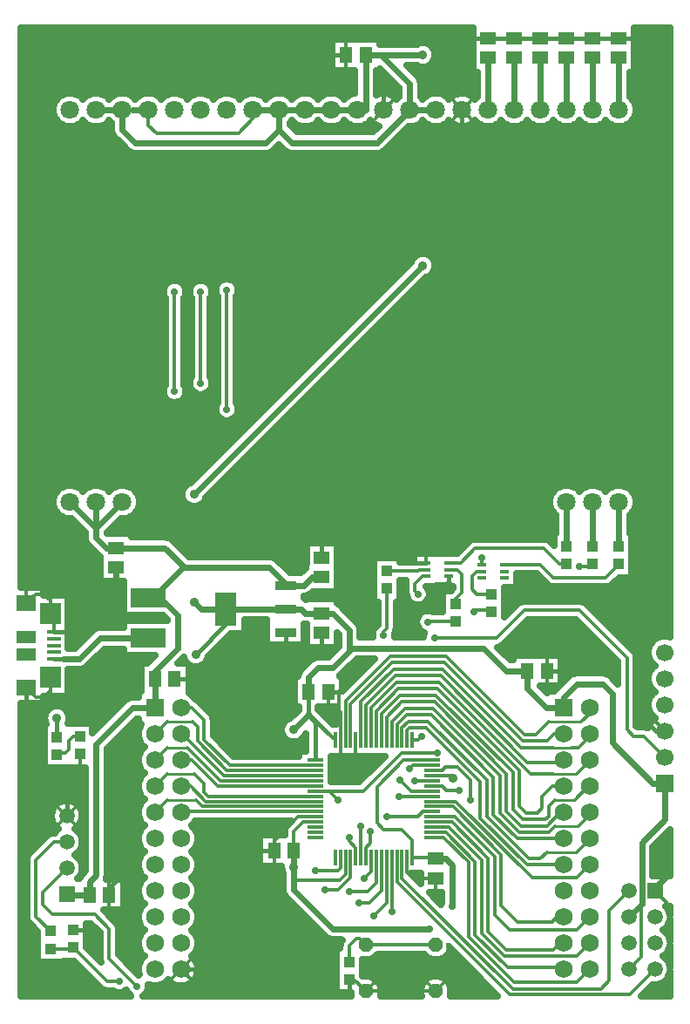
<source format=gtl>
G04 DipTrace 3.3.1.3*
G04 ViktorJager_MessageDisplay.GTL*
%MOMM*%
G04 #@! TF.FileFunction,Copper,L1,Top*
G04 #@! TF.Part,Single*
%AMOUTLINE0*
4,1,8,
0.6929,0.287,
0.6929,-0.287,
0.287,-0.6929,
-0.287,-0.6929,
-0.6929,-0.287,
-0.6929,0.287,
-0.287,0.6929,
0.287,0.6929,
0.6929,0.287,
0*%
%AMOUTLINE3*
4,1,8,
-0.6929,-0.287,
-0.6929,0.287,
-0.287,0.6929,
0.287,0.6929,
0.6929,0.287,
0.6929,-0.287,
0.287,-0.6929,
-0.287,-0.6929,
-0.6929,-0.287,
0*%
G04 #@! TA.AperFunction,Conductor*
%ADD10C,0.25*%
%ADD13C,0.3*%
G04 #@! TA.AperFunction,ViaPad*
%ADD14C,0.6*%
G04 #@! TA.AperFunction,Conductor*
%ADD15C,0.4*%
G04 #@! TA.AperFunction,CopperBalancing*
%ADD16C,0.635*%
%ADD17C,0.33*%
%ADD19R,1.5X1.3*%
%ADD20R,1.3X1.5*%
%ADD21R,1.0X1.1*%
G04 #@! TA.AperFunction,ComponentPad*
%ADD23C,1.5*%
%ADD24R,1.5X1.5*%
%ADD25R,3.4X1.9*%
G04 #@! TA.AperFunction,ComponentPad*
%ADD26R,1.75X1.75*%
%ADD27C,1.75*%
%ADD30R,2.15X0.95*%
%ADD31R,2.15X3.25*%
%ADD33R,1.35X0.4*%
%ADD34R,2.0X2.1*%
%ADD35R,1.9X1.6*%
%ADD36R,1.9X1.2*%
%ADD38R,0.9X0.4*%
%ADD40R,1.6X0.3*%
%ADD41R,0.3X1.6*%
G04 #@! TA.AperFunction,ComponentPad*
%ADD42R,1.7X1.7*%
%ADD43C,1.7*%
%ADD44C,1.8*%
G04 #@! TA.AperFunction,ViaPad*
%ADD45C,0.7*%
%ADD47C,0.9*%
G04 #@! TA.AperFunction,ComponentPad*
%ADD95OUTLINE0*%
%ADD98OUTLINE3*%
%FSLAX35Y35*%
G04*
G71*
G90*
G75*
G01*
G04 Top*
%LPD*%
X4092750Y2036000D2*
D13*
X3766377D1*
X3619500Y3603627D2*
Y3635377D1*
X3651250Y3667127D1*
Y4052750D1*
X4318000Y3735250D2*
X4052750D1*
X4048127Y3730627D1*
X3778250Y2190750D2*
X3883000Y2086000D1*
X4092750D1*
Y2136000D2*
X4187750D1*
X4228250Y2095500D1*
X4349753D1*
X4492627Y3825877D2*
X4508500Y3841750D1*
X4667250D1*
Y3830500D1*
X4092750Y1886000D2*
X3997750D1*
X3953250Y1841500D1*
X3651250D1*
X380250Y3190250D2*
Y3063127D1*
X317500Y3000377D1*
X235123D1*
X145250Y3090250D1*
X380250Y3810250D2*
Y3937750D1*
X317500Y4000500D1*
X235500D1*
X145250Y3910250D1*
X412750Y3630250D2*
Y3777750D1*
X380250Y3810250D1*
X3447500Y142877D2*
X4127500D1*
X3286127Y258627D2*
X3331750D1*
X3447500Y142877D1*
X2952750Y1836000D2*
X2788500D1*
X2556373Y1603873D1*
Y1508127D1*
X1016000Y4259750D2*
D14*
Y4032250D1*
X412750Y3630250D2*
D15*
X598127D1*
X682627Y3714750D1*
X1587500Y3179750D2*
X1820877D1*
X3016250Y4354000D2*
Y4524377D1*
X4635500Y9402250D2*
X4889500D1*
X5143500D1*
X5397500D1*
X5651500D1*
X5905500D1*
X6132000D1*
X4635500D2*
X4417500D1*
X4381500Y8704250D2*
Y8493127D1*
X3619500Y8704250D2*
Y8874123D1*
X3254873Y9239250D2*
X3032127D1*
X4032250Y4302123D2*
X3921130D1*
X3825877Y4397377D1*
X4252250Y4172123D2*
Y4113877D1*
X4254500Y4095750D1*
X5206500Y3254377D2*
X5349877D1*
X5429250Y3333750D1*
X6350000Y2671750D2*
X6265877D1*
X6143627Y2794000D1*
Y2809877D1*
X6254750Y1116000D2*
Y1158873D1*
X6397627Y1301750D1*
Y1492250D1*
X3286127Y258627D2*
Y158750D1*
X3222627Y95250D1*
X2556373Y1508127D2*
X2381250D1*
X2222500Y1666877D1*
X952000Y1079500D2*
Y1142500D1*
X1079500Y1270000D1*
X603250Y735000D2*
X741377D1*
X777877Y698500D1*
X1651000Y354000D2*
X1773250D1*
X1841500Y285750D1*
X539750Y1846250D2*
Y2032000D1*
X145250Y3090250D2*
Y2807500D1*
X158750Y2794000D1*
Y2778127D1*
X3079250Y3052750D2*
X3179750D1*
X3254377Y3127377D1*
X3197750Y2581000D2*
D13*
Y2850627D1*
X3186720Y2861657D1*
Y3052750D1*
D15*
X3179750D1*
X3197750Y2581000D2*
D13*
Y2406127D1*
X3238500Y2365377D1*
X3317877D1*
X3347750Y2395250D1*
Y2581000D1*
X4092750Y2336000D2*
X3907623D1*
X3873500Y2301877D1*
X3847750Y1441000D2*
Y1295750D1*
X3888377Y1255123D1*
X3904750Y1238750D1*
X4127500D1*
X3937000Y1238250D2*
X3888377Y1255123D1*
X2667000Y3624250D2*
D15*
Y3381377D1*
X3016250Y3624250D2*
Y3444877D1*
X4572000Y4286250D2*
D13*
Y4349750D1*
X381000Y555627D2*
X593877D1*
X603250Y565000D1*
X930123Y238127D1*
X1047747D1*
X4294187Y2214563D2*
X4272750Y2236000D1*
X4092750D1*
X566750Y1338250D2*
X539750D1*
X301627Y1100127D1*
Y984250D1*
X396877Y889000D1*
X809623D1*
X952500Y746123D1*
Y460373D1*
X1222373Y190500D1*
X3921127Y2186000D2*
X4092750D1*
X5651500Y4461000D2*
D14*
Y4894250D1*
X5397500Y4461000D2*
Y4894250D1*
X412750Y3370250D2*
D15*
X510250D1*
D14*
X662000D1*
X863627Y3571877D1*
X1333500D1*
X444500Y2438250D2*
D13*
Y2460627D1*
X523880D1*
X555627Y2492373D1*
Y2571750D1*
X598627Y2614750D1*
X666750D1*
X4252250Y4302123D2*
X4365623D1*
X4508500Y4445000D1*
X5175250D1*
X5329250Y4291000D1*
X5397500D1*
X3627440Y4198940D2*
X3651250Y4222750D1*
X3952877D1*
X3967250Y4237123D1*
X4032250D1*
X4635500Y8704250D2*
D14*
Y9212250D1*
X4889500Y8704250D2*
Y9212250D1*
X5143500Y8704250D2*
Y9212250D1*
X5397500Y8704250D2*
Y9212250D1*
X5651500Y8704250D2*
Y9212250D1*
X5905500Y8704250D2*
Y9212250D1*
X539750Y1592250D2*
D13*
X417500D1*
X238127Y1412877D1*
Y868500D1*
X381000Y725627D1*
X4252250Y4237123D2*
X4335377D1*
X4381500Y4191000D1*
Y4016373D1*
X4318000Y3952873D1*
Y3905250D1*
X4572000Y4221250D2*
X4522877D1*
X4476750Y4175123D1*
Y4048123D1*
X4524373Y4000500D1*
X4667250D1*
X5905500Y4461000D2*
D14*
Y4894250D1*
X4032250Y4172123D2*
D13*
X3997500D1*
X3921127Y4095750D1*
Y4032250D1*
X3952877Y4000500D1*
X5524500Y4270373D2*
X5630873D1*
X5651500Y4291000D1*
X4792000Y4286250D2*
X5143500D1*
X5270500Y4159250D1*
X5778500D1*
X5905500Y4286250D1*
Y4291000D1*
X3447500Y592877D2*
X4127500D1*
X3286127Y428627D2*
Y587377D1*
X3349627Y650877D1*
X3389500D1*
X3447500Y592877D1*
X2952750Y2086000D2*
X3089250D1*
X3419500D1*
X3794127Y2460627D1*
X4143377D1*
X3089250Y2086000D2*
X3175000Y2000250D1*
X3297750Y1441000D2*
Y1249877D1*
X3175000Y1127127D1*
X3048003D1*
X3847750Y2581000D2*
Y2676000D1*
X3873500Y2701750D1*
X4029253D1*
X4556127Y2174877D1*
Y1825623D1*
X5011750Y1370000D1*
X5365750D1*
X3597750Y1441000D2*
Y1121250D1*
X3476627Y1000127D1*
X3381377D1*
X3647750Y1441000D2*
Y996627D1*
X3524250Y873127D1*
X3697750Y1441000D2*
Y919627D1*
X3597750Y2581000D2*
Y2835750D1*
X3778250Y3016250D1*
X4127503D1*
X4873627Y2270127D1*
Y1905000D1*
X4968877Y1809750D1*
X5191127D1*
X5222877Y1841500D1*
Y1936750D1*
X5286377Y2000250D1*
D10*
X5476877D1*
D13*
X5608627Y2132000D1*
X5619750D1*
X3547750Y2581000D2*
Y2865123D1*
X3762377Y3079750D1*
X4143377D1*
X4937127Y2286000D1*
Y1936750D1*
X5000627Y1873250D1*
X5111753D1*
X5159377Y1920873D1*
Y2032000D1*
X5259377Y2132000D1*
X5365750D1*
X3497750Y2581000D2*
Y2894500D1*
X3746500Y3143250D1*
X4159250D1*
X5048250Y2254250D1*
X5270500D1*
D10*
X5492750D1*
D13*
X5619750Y2381250D1*
Y2386000D1*
X3447750Y2581000D2*
Y2923873D1*
X3730627Y3206750D1*
X4175127D1*
X5016500Y2365377D1*
X5365750D1*
Y2386000D1*
X3397750Y2581000D2*
Y2953250D1*
X3714750Y3270250D1*
X4191000D1*
X4953000Y2508250D1*
X5270500D1*
D10*
X5445127D1*
D13*
X5508623D1*
X5619750Y2619377D1*
Y2640000D1*
X3297750Y2581000D2*
Y2932627D1*
X3698873Y3333750D1*
X4206877D1*
X4968877Y2571750D1*
X5207000D1*
X5275250Y2640000D1*
X5365750D1*
X3247750Y2581000D2*
Y2962000D1*
X3683000Y3397250D1*
X4222750D1*
X4984750Y2635250D1*
X5095877D1*
X5222877Y2762250D1*
D10*
X5540373D1*
D13*
X5619750Y2841627D1*
Y2894000D1*
X4092750Y1636000D2*
X4203000D1*
X4445000Y1394000D1*
Y671500D1*
X4889500Y227000D1*
X5492750D1*
X5619750Y354000D1*
X4092750Y1686000D2*
X4224250D1*
X4508500Y1401750D1*
Y687377D1*
X4826000Y369877D1*
X5381627D1*
X5365750Y354000D1*
X4092750Y1736000D2*
X4253627D1*
X4572000Y1417627D1*
Y703250D1*
X4794250Y481000D1*
X5492750D1*
X5619750Y608000D1*
X4092750Y1786000D2*
X4283000D1*
X4635500Y1433500D1*
Y719127D1*
X4810127Y544500D1*
X5270500D1*
X5334000Y608000D1*
X5365750D1*
X2952750Y2036000D2*
X1916877D1*
X1873250Y2079627D1*
Y2159000D1*
X1778000Y2254250D1*
D10*
X1519250D1*
D13*
X1397000Y2132000D1*
X2952750Y1986000D2*
X1890750D1*
X1744750Y2132000D1*
X1651000D1*
X2952750Y1936000D2*
X1858123D1*
X1793873Y2000250D1*
D10*
X1519250D1*
D13*
X1397000Y1878000D1*
X2952750Y1886000D2*
X1659000D1*
X1651000Y1878000D1*
X3497750Y1441000D2*
Y1307000D1*
X3429000Y1238250D1*
X3547750Y1441000D2*
Y1198250D1*
X3460750Y1111250D1*
X3286127D1*
X4092750Y1836000D2*
X4312377D1*
X4699000Y1449377D1*
Y877873D1*
X4841873Y735000D1*
X5492750D1*
X5619750Y862000D1*
X5365750Y814377D2*
Y862000D1*
X4092750Y1936000D2*
X4291750D1*
X4762500Y1465250D1*
Y973127D1*
X4921250Y814377D1*
X5254627D1*
X5302250Y862000D1*
X5365750D1*
X4092750Y1986000D2*
X4321127D1*
X5064127Y1243000D1*
X5492750D1*
X5619750Y1370000D1*
Y1603377D2*
Y1624000D1*
X5588000Y1592250D1*
Y1619250D1*
X3797750Y2581000D2*
Y2702373D1*
X3857627Y2762250D1*
X4048127D1*
X4619627Y2190750D1*
Y1841500D1*
X5032377Y1428750D1*
X5143500D1*
X5207000Y1492250D1*
D10*
X5492750D1*
D13*
X5619750Y1619250D1*
Y1624000D1*
X3747750Y2581000D2*
Y2731750D1*
X3841750Y2825750D1*
X4079877D1*
X4683127Y2222500D1*
Y1857373D1*
X4916500Y1624000D1*
X4989500D1*
X5365750D1*
X3697750Y2581000D2*
Y2761123D1*
X3825877Y2889250D1*
X4095753D1*
X4746627Y2238377D1*
Y1873250D1*
X4937127Y1682750D1*
X5222877D1*
X5286377Y1746250D1*
D10*
X5508623D1*
D13*
X5619750Y1857377D1*
Y1878000D1*
X2952750Y2336000D2*
X2124877D1*
X1873250Y2587627D1*
Y2778123D1*
X1757373Y2894000D1*
X1651000D1*
X2952750Y2286000D2*
X2095500D1*
X1809750Y2571750D1*
Y2714627D1*
X1762127Y2762250D1*
D10*
X1519250D1*
D13*
X1397000Y2640000D1*
X2952750Y2236000D2*
X2066127D1*
X1662127Y2640000D1*
X1651000D1*
X5365750Y1878000D2*
X5338750D1*
X5207000Y1746250D1*
X4953003D1*
X4810127Y1889127D1*
Y2254250D1*
X4111627Y2952750D1*
X3794127D1*
X3647750Y2806373D1*
Y2581000D1*
X2952750Y2186000D2*
X2036750D1*
X1714500Y2508250D1*
D10*
X1519250D1*
D13*
X1397000Y2386000D1*
X2952750Y2136000D2*
X2007377D1*
X1757377Y2386000D1*
X1651000D1*
X3197750Y1441000D2*
Y1340377D1*
X3175000Y1317627D1*
X2952753D1*
X3397750Y1441000D2*
Y1745750D1*
X2095500Y5794377D2*
Y6953250D1*
X3447750Y1441000D2*
Y1536000D1*
X3492500Y1580750D1*
Y1698627D1*
X1841500Y6048377D2*
Y6937377D1*
X3347750Y1441000D2*
Y1536000D1*
X3286127Y1597623D1*
Y1635127D1*
X1587500Y5969000D2*
Y6937377D1*
X6350000Y2417750D2*
X6148373Y2619377D1*
X6048377D1*
X5984877Y2682877D1*
Y3381373D1*
X5524500Y3841750D1*
X4984750D1*
X4714877Y3571877D1*
X4111623D1*
X3984627Y2619377D2*
X3952877Y2587627D1*
X3897750D1*
Y2581000D1*
X4092750Y2286000D2*
X4187750D1*
X4219500Y2317750D1*
X4333877D1*
X4460877Y2190750D1*
Y2000250D1*
X3797750Y1441000D2*
Y1239377D1*
X4873627Y163500D1*
X5730873D1*
X5810250Y242877D1*
Y925500D1*
X6000750Y1116000D1*
X3747750Y1441000D2*
Y1205253D1*
X4841877Y111127D1*
X6011877D1*
X6254750Y354000D1*
X2667000Y4084250D2*
D14*
X2841250D1*
X2921000Y4164000D1*
X3016250D1*
X1016000Y4449750D2*
X1492250D1*
X1682750Y4259250D1*
X2508250D1*
X2667000Y4100500D1*
Y4084250D1*
X1016000Y4449750D2*
X920750D1*
X825500Y4545000D1*
Y4640250D1*
X571500Y4894250D1*
X825500Y4640250D2*
Y4894250D1*
Y4640250D2*
X1079500Y4894250D1*
X1397500Y3179750D2*
Y2894500D1*
X1397000Y2894000D1*
X762000Y1079500D2*
X539750D1*
Y1084250D1*
X1333500Y3961877D2*
X1374253D1*
X1671627Y4259250D1*
X1682750D1*
X1397500Y3179750D2*
X1365250D1*
Y3222623D1*
X1619250Y3476623D1*
Y3794127D1*
X1451500Y3961877D1*
X1333500D1*
X635000Y1079500D2*
X762000D1*
X1397000Y2894000D2*
X1179500D1*
X825500Y2540000D1*
Y1270000D1*
X762000Y1206500D1*
Y1079500D1*
X825500Y8704250D2*
X1079500D1*
X1174750D2*
X1333500D1*
X2349500D2*
X2603500D1*
X2857500D1*
X3111500D1*
X3365500D1*
X3873500D2*
X4127500D1*
X1079500D2*
Y8513750D1*
X1206500Y8386750D1*
X2476500D1*
X2603500Y8513750D1*
X2730500Y8386750D1*
X3556000D1*
X3873500Y8704250D1*
X2603500Y8513750D2*
Y8704250D1*
X3444873Y9239250D2*
Y8704250D1*
X3365500D1*
X3873500D2*
Y8958250D1*
X3592500Y9239250D1*
X3444873D1*
X3016250Y3814250D2*
X2858000D1*
X2818000Y3854250D1*
X2667000D1*
X2087000D1*
X2889250Y3052750D2*
D15*
Y2839500D1*
X3077040Y2651710D1*
D13*
X3147750Y2581000D1*
X2952750Y2386000D2*
Y2421000D1*
D15*
Y2754540D1*
X2889250Y2818040D1*
Y2839500D1*
X3016250Y3814250D2*
D14*
X3123127D1*
X3286127Y3651250D1*
Y3476627D1*
Y3444877D1*
X3127377Y3286127D1*
X2984503D1*
X2889250Y3190873D1*
Y3052750D1*
X5016500Y3254377D2*
X4810127D1*
X4587877Y3476627D1*
X3286127D1*
X5016500Y3254377D2*
Y3079750D1*
X5202250Y2894000D1*
X5365750D1*
Y3000377D1*
X5492750Y3127377D1*
X5746750D1*
X5842000Y3032127D1*
Y2555877D1*
X6234127Y2163750D1*
X6350000D1*
Y1809750D1*
X6127750Y1587500D1*
Y989000D1*
X6123957Y985207D1*
X6000750Y862000D1*
X6123957Y985207D2*
D13*
Y477207D1*
X6000750Y354000D1*
X2087000Y3854250D2*
D14*
X1844877D1*
X1778000Y3921127D1*
Y4968877D2*
X4000500Y7191377D1*
Y9239250D2*
X3444873D1*
X3897750Y1441000D2*
D13*
X4115250D1*
X4127500Y1428750D1*
X3897750Y1441000D2*
Y1610877D1*
X3794127Y1714500D1*
X3619500D1*
X3556000Y1778000D1*
Y2127250D1*
X3814750Y2386000D1*
X4092750D1*
X2889250Y2839500D2*
D14*
Y2825747D1*
X2746373Y2682870D1*
Y1349377D2*
Y1508127D1*
D13*
Y1698623D1*
X2833750Y1786000D1*
X2952750D1*
X2746373Y1349377D2*
Y1222377D1*
X3190877D1*
X3247750Y1279250D1*
Y1441000D1*
X2087000Y3854250D2*
D15*
Y3706250D1*
X1793877Y3413127D1*
X444500Y2794000D2*
Y2608250D1*
X4127500Y1428750D2*
D14*
X4222750D1*
X4286250Y1365250D1*
Y968377D1*
X4064000Y746127D2*
X3127377D1*
X2746373Y1127130D1*
Y1349377D1*
X1333500Y8704250D2*
D13*
Y8556627D1*
X1412877Y8477250D1*
X2206623D1*
X2349500Y8620127D1*
Y8704250D1*
D45*
X3766377Y2036000D3*
X3619500Y3603627D3*
X4349753Y2095500D3*
X4492627Y3825877D3*
X3651250Y1841500D3*
D47*
X1016000Y4032250D3*
X682627Y3714750D3*
X1820877Y3179750D3*
X3016250Y4524377D3*
X6132000Y9402250D3*
X4417500D3*
X4381500Y8493127D3*
X3619500Y8874123D3*
X3032127Y9239250D3*
D45*
X1047747Y238127D3*
D47*
X4294187Y2214563D3*
D45*
X1222373Y190500D3*
X3921127Y2186000D3*
X3952877Y4000500D3*
X5524500Y4270373D3*
X4143377Y2460627D3*
X3175000Y2000250D3*
X3048003Y1127127D3*
X3381377Y1000127D3*
X3524250Y873127D3*
X3697750Y919627D3*
X3429000Y1238250D3*
X3286127Y1111250D3*
X2952753Y1317627D3*
X3397750Y1745750D3*
X2095500Y5794377D3*
Y6953250D3*
X3492500Y1698627D3*
X1841500Y6048377D3*
Y6937377D3*
X3492500Y1698627D3*
X3286127Y1635127D3*
X1587500Y5969000D3*
Y6937377D3*
X4111623Y3571877D3*
X3984627Y2619377D3*
X4460877Y2000250D3*
D47*
X1778000Y3921127D3*
Y4968877D3*
X4000500Y7191377D3*
Y9239250D3*
X2746373Y2682870D3*
Y1349377D3*
D3*
X1793877Y3413127D3*
X444500Y2794000D3*
D45*
X4286250Y968377D3*
X4064000Y746127D3*
D47*
X2746373Y1349377D3*
D45*
X3825877Y4397377D3*
X4254500Y4095750D3*
X4572000Y4349750D3*
X5429250Y3333750D3*
X6143627Y2809877D3*
X6397627Y1492250D3*
X3222627Y95250D3*
X2222500Y1666877D3*
X1079500Y1270000D3*
X777877Y698500D3*
X1841500Y285750D3*
X539750Y2032000D3*
X158750Y2778127D3*
X3254377Y3127377D3*
X3873500Y2301877D3*
X3937000Y1238250D3*
X2667000Y3381377D3*
X3016250Y3444877D3*
X3778250Y2190750D3*
X4048127Y3730627D3*
D14*
X4254500Y587377D3*
X3921127Y3635377D3*
X104147Y9439083D2*
D16*
X4479843D1*
X6061163D2*
X6395913D1*
X104147Y9375917D2*
X3109193D1*
X3590473D2*
X4479843D1*
X6061163D2*
X6395913D1*
X104147Y9312750D2*
X3109193D1*
X4100800D2*
X4479843D1*
X6061163D2*
X6395913D1*
X104147Y9249583D2*
X3109193D1*
X4125683D2*
X4479843D1*
X6061163D2*
X6395913D1*
X104147Y9186417D2*
X3109193D1*
X4113833D2*
X4479843D1*
X6061163D2*
X6395913D1*
X104147Y9123250D2*
X3109193D1*
X3862363D2*
X3966330D1*
X4034627D2*
X4479843D1*
X6061163D2*
X6395913D1*
X104147Y9060083D2*
X3334233D1*
X3555473D2*
X3617787D1*
X3925527D2*
X4524870D1*
X6016137D2*
X6395913D1*
X104147Y8996917D2*
X3334233D1*
X3555473D2*
X3680950D1*
X3976750D2*
X4524870D1*
X6016137D2*
X6395913D1*
X104147Y8933750D2*
X3334233D1*
X3555473D2*
X3744207D1*
X3984133D2*
X4524870D1*
X6016137D2*
X6395913D1*
X104147Y8870583D2*
X3334233D1*
X3555473D2*
X3762890D1*
X3984133D2*
X4524870D1*
X6016137D2*
X6395913D1*
X104147Y8807417D2*
X437253D1*
X6039743D2*
X6395913D1*
X104147Y8744250D2*
X405807D1*
X6071190D2*
X6395913D1*
X104147Y8681083D2*
X402527D1*
X6074470D2*
X6395913D1*
X104147Y8617917D2*
X425403D1*
X6051593D2*
X6395913D1*
X104147Y8554750D2*
X497043D1*
X646007D2*
X751067D1*
X899940D2*
X968817D1*
X2716293D2*
X2782983D1*
X2931947D2*
X3037007D1*
X3185970D2*
X3291030D1*
X3439993D2*
X3545053D1*
X3947947D2*
X4053007D1*
X4201970D2*
X4307030D1*
X4455993D2*
X4561053D1*
X4710017D2*
X4814987D1*
X4963950D2*
X5069010D1*
X5217973D2*
X5323033D1*
X5471997D2*
X5577057D1*
X5725930D2*
X5830990D1*
X5979953D2*
X6395913D1*
X104147Y8491583D2*
X971277D1*
X2779550D2*
X3506953D1*
X3814693D2*
X6395913D1*
X104147Y8428417D2*
X1011017D1*
X3751530D2*
X6395913D1*
X104147Y8365250D2*
X1074180D1*
X3688363D2*
X6395913D1*
X104147Y8302083D2*
X1139257D1*
X2543753D2*
X2663217D1*
X3623287D2*
X6395913D1*
X104147Y8238917D2*
X6395913D1*
X104147Y8175750D2*
X6395913D1*
X104147Y8112583D2*
X6395913D1*
X104147Y8049417D2*
X6395913D1*
X104147Y7986250D2*
X6395913D1*
X104147Y7923083D2*
X6395913D1*
X104147Y7859917D2*
X6395913D1*
X104147Y7796750D2*
X6395913D1*
X104147Y7733583D2*
X6395913D1*
X104147Y7670417D2*
X6395913D1*
X104147Y7607250D2*
X6395913D1*
X104147Y7544083D2*
X6395913D1*
X104147Y7480917D2*
X6395913D1*
X104147Y7417750D2*
X6395913D1*
X104147Y7354583D2*
X6395913D1*
X104147Y7291417D2*
X3929140D1*
X4071813D2*
X6395913D1*
X104147Y7228250D2*
X3880743D1*
X4120303D2*
X6395913D1*
X104147Y7165083D2*
X3820403D1*
X4123220D2*
X6395913D1*
X104147Y7101917D2*
X3757240D1*
X4085760D2*
X6395913D1*
X104147Y7038750D2*
X1540300D1*
X1634667D2*
X1794323D1*
X1888690D2*
X2021093D1*
X2169967D2*
X3694077D1*
X4001723D2*
X6395913D1*
X104147Y6975583D2*
X1478777D1*
X1696280D2*
X1732800D1*
X1950213D2*
X1982173D1*
X2208793D2*
X3630913D1*
X3938560D2*
X6395913D1*
X104147Y6912417D2*
X1474767D1*
X1954223D2*
X1987733D1*
X2203233D2*
X3567657D1*
X3875397D2*
X6395913D1*
X104147Y6849250D2*
X1491900D1*
X1683157D2*
X1745833D1*
X1937180D2*
X1999857D1*
X2191113D2*
X3504493D1*
X3812230D2*
X6395913D1*
X104147Y6786083D2*
X1491900D1*
X1683157D2*
X1745833D1*
X1937180D2*
X1999857D1*
X2191113D2*
X3441330D1*
X3749067D2*
X6395913D1*
X104147Y6722917D2*
X1491900D1*
X1683157D2*
X1745833D1*
X1937180D2*
X1999857D1*
X2191113D2*
X3378163D1*
X3685903D2*
X6395913D1*
X104147Y6659750D2*
X1491900D1*
X1683157D2*
X1745833D1*
X1937180D2*
X1999857D1*
X2191113D2*
X3315000D1*
X3622740D2*
X6395913D1*
X104147Y6596583D2*
X1491900D1*
X1683157D2*
X1745833D1*
X1937180D2*
X1999857D1*
X2191113D2*
X3251837D1*
X3559577D2*
X6395913D1*
X104147Y6533417D2*
X1491900D1*
X1683157D2*
X1745833D1*
X1937180D2*
X1999857D1*
X2191113D2*
X3188673D1*
X3496410D2*
X6395913D1*
X104147Y6470250D2*
X1491900D1*
X1683157D2*
X1745833D1*
X1937180D2*
X1999857D1*
X2191113D2*
X3125507D1*
X3433247D2*
X6395913D1*
X104147Y6407083D2*
X1491900D1*
X1683157D2*
X1745833D1*
X1937180D2*
X1999857D1*
X2191113D2*
X3062343D1*
X3370083D2*
X6395913D1*
X104147Y6343917D2*
X1491900D1*
X1683157D2*
X1745833D1*
X1937180D2*
X1999857D1*
X2191113D2*
X2999180D1*
X3306920D2*
X6395913D1*
X104147Y6280750D2*
X1491900D1*
X1683157D2*
X1745833D1*
X1937180D2*
X1999857D1*
X2191113D2*
X2936017D1*
X3243753D2*
X6395913D1*
X104147Y6217583D2*
X1491900D1*
X1683157D2*
X1745833D1*
X1937180D2*
X1999857D1*
X2191113D2*
X2872853D1*
X3180590D2*
X6395913D1*
X104147Y6154417D2*
X1491900D1*
X1683157D2*
X1745833D1*
X1937180D2*
X1999857D1*
X2191113D2*
X2809687D1*
X3117337D2*
X6395913D1*
X104147Y6091250D2*
X1491900D1*
X1683157D2*
X1734623D1*
X1948390D2*
X1999857D1*
X2191113D2*
X2746523D1*
X3054170D2*
X6395913D1*
X104147Y6028083D2*
X1489167D1*
X1685800D2*
X1727787D1*
X1955227D2*
X1999857D1*
X2191113D2*
X2683360D1*
X2991007D2*
X6395913D1*
X104147Y5964917D2*
X1471940D1*
X1703027D2*
X1764610D1*
X1918403D2*
X1999857D1*
X2191113D2*
X2620197D1*
X2927843D2*
X6395913D1*
X104147Y5901750D2*
X1495000D1*
X1679967D2*
X1999857D1*
X2191113D2*
X2557030D1*
X2864680D2*
X6395913D1*
X104147Y5838583D2*
X1989193D1*
X2201777D2*
X2493867D1*
X2801517D2*
X6395913D1*
X104147Y5775417D2*
X1981537D1*
X2209523D2*
X2430703D1*
X2738350D2*
X6395913D1*
X104147Y5712250D2*
X2017083D1*
X2173977D2*
X2367540D1*
X2675187D2*
X6395913D1*
X104147Y5649083D2*
X2304377D1*
X2612023D2*
X6395913D1*
X104147Y5585917D2*
X2241210D1*
X2548860D2*
X6395913D1*
X104147Y5522750D2*
X2178047D1*
X2485697D2*
X6395913D1*
X104147Y5459583D2*
X2114883D1*
X2422530D2*
X6395913D1*
X104147Y5396417D2*
X2051720D1*
X2359367D2*
X6395913D1*
X104147Y5333250D2*
X1988553D1*
X2296203D2*
X6395913D1*
X104147Y5270083D2*
X1925390D1*
X2233040D2*
X6395913D1*
X104147Y5206917D2*
X1862227D1*
X2169873D2*
X6395913D1*
X104147Y5143750D2*
X1799063D1*
X2106710D2*
X6395913D1*
X104147Y5080583D2*
X1729793D1*
X2043547D2*
X6395913D1*
X104147Y5017417D2*
X456393D1*
X1194613D2*
X1662710D1*
X1980383D2*
X5282383D1*
X6020603D2*
X6395913D1*
X104147Y4954250D2*
X412187D1*
X1238820D2*
X1653230D1*
X1917220D2*
X5238177D1*
X6064810D2*
X6395913D1*
X104147Y4891083D2*
X400887D1*
X1250123D2*
X1681210D1*
X1874743D2*
X5226877D1*
X6076113D2*
X6395913D1*
X104147Y4827917D2*
X414830D1*
X1236177D2*
X5240820D1*
X6062167D2*
X6395913D1*
X104147Y4764750D2*
X464050D1*
X1186957D2*
X5286850D1*
X6016137D2*
X6395913D1*
X104147Y4701583D2*
X610340D1*
X1040670D2*
X5286850D1*
X6016137D2*
X6395913D1*
X104147Y4638417D2*
X673503D1*
X977503D2*
X5286850D1*
X6016137D2*
X6395913D1*
X104147Y4575250D2*
X714883D1*
X1171647D2*
X5266887D1*
X6036100D2*
X6395913D1*
X104147Y4512083D2*
X720170D1*
X1583717D2*
X4443203D1*
X6036100D2*
X6395913D1*
X104147Y4448917D2*
X767747D1*
X1646880D2*
X2860637D1*
X3171933D2*
X4379767D1*
X6036100D2*
X6395913D1*
X104147Y4385750D2*
X830913D1*
X1710043D2*
X2860637D1*
X3171933D2*
X3906627D1*
X6036100D2*
X6395913D1*
X104147Y4322583D2*
X860353D1*
X2598717D2*
X2860637D1*
X3171933D2*
X3520627D1*
X3781880D2*
X3906627D1*
X6036100D2*
X6395913D1*
X104147Y4259417D2*
X860353D1*
X2661880D2*
X2860637D1*
X3171933D2*
X3520627D1*
X6036100D2*
X6395913D1*
X104147Y4196250D2*
X860353D1*
X3171933D2*
X3520627D1*
X4917647D2*
X5100913D1*
X6036100D2*
X6395913D1*
X104147Y4133083D2*
X860353D1*
X3171933D2*
X3520627D1*
X3781880D2*
X3833710D1*
X4917647D2*
X5164077D1*
X5884980D2*
X6395913D1*
X104147Y4069917D2*
X1082840D1*
X3171933D2*
X3520627D1*
X3781880D2*
X3825507D1*
X4043650D2*
X4285887D1*
X4917647D2*
X6395913D1*
X320890Y4006750D2*
X1082840D1*
X2917363D2*
X3520627D1*
X3781880D2*
X3829247D1*
X4068350D2*
X4187357D1*
X4797883D2*
X6395913D1*
X560877Y3943583D2*
X1082840D1*
X3171933D2*
X3520627D1*
X3781880D2*
X3853217D1*
X4052493D2*
X4187357D1*
X4797883D2*
X6395913D1*
X560877Y3880417D2*
X1082840D1*
X3210760D2*
X3555627D1*
X3746880D2*
X4187357D1*
X4797883D2*
X4890820D1*
X5618470D2*
X6395913D1*
X560877Y3817250D2*
X1082840D1*
X3273923D2*
X3555627D1*
X3746880D2*
X3975170D1*
X5681633D2*
X6395913D1*
X560877Y3754083D2*
X1505483D1*
X3337087D2*
X3555627D1*
X3746880D2*
X3935067D1*
X5744797D2*
X6395913D1*
X560877Y3690917D2*
X1082840D1*
X2275147D2*
X2478830D1*
X3388950D2*
X3543230D1*
X3746880D2*
X3939987D1*
X4966503D2*
X5542697D1*
X5807960D2*
X6395913D1*
X560877Y3627750D2*
X765650D1*
X2275147D2*
X2478830D1*
X3396790D2*
X3506590D1*
X3737767D2*
X4004883D1*
X4903337D2*
X5605860D1*
X5871123D2*
X6395913D1*
X560877Y3564583D2*
X702487D1*
X2085017D2*
X2478830D1*
X4840173D2*
X5669023D1*
X5934290D2*
X6252813D1*
X560877Y3501417D2*
X639323D1*
X2021853D2*
X2860637D1*
X4776100D2*
X5732187D1*
X5997453D2*
X6199493D1*
X883807Y3438250D2*
X1082840D1*
X1958690D2*
X3125690D1*
X4780110D2*
X5795353D1*
X6060070D2*
X6184453D1*
X820643Y3375083D2*
X1363840D1*
X1913300D2*
X2923710D1*
X5352140D2*
X5858517D1*
X6080487D2*
X6195573D1*
X757480Y3311917D2*
X1251823D1*
X1863350D2*
X2856447D1*
X3307010D2*
X3465027D1*
X5352140D2*
X5889233D1*
X6080487D2*
X6241053D1*
X560877Y3248750D2*
X1251823D1*
X1733103D2*
X2796107D1*
X3243847D2*
X3401863D1*
X5352140D2*
X5889233D1*
X6080487D2*
X6200040D1*
X560877Y3185583D2*
X1251823D1*
X1733103D2*
X2743607D1*
X3224887D2*
X3338697D1*
X5352140D2*
X5397137D1*
X5842413D2*
X5889233D1*
X6080487D2*
X6184453D1*
X560877Y3122417D2*
X1251823D1*
X1733103D2*
X2743607D1*
X3224887D2*
X3275533D1*
X6080487D2*
X6195027D1*
X560877Y3059250D2*
X1251823D1*
X1733103D2*
X2743607D1*
X5190813D2*
X5273360D1*
X6080487D2*
X6239507D1*
X320890Y2996083D2*
X1151837D1*
X1782870D2*
X2743607D1*
X6080487D2*
X6200770D1*
X104147Y2932917D2*
X1064610D1*
X1851047D2*
X2743607D1*
X6080487D2*
X6184543D1*
X104147Y2869750D2*
X346017D1*
X543013D2*
X1001447D1*
X1914210D2*
X2779427D1*
X2998663D2*
X3152123D1*
X6080487D2*
X6194570D1*
X104147Y2806583D2*
X319493D1*
X569447D2*
X938280D1*
X1964250D2*
X2716263D1*
X3061827D2*
X3152123D1*
X6080487D2*
X6237957D1*
X104147Y2743417D2*
X330157D1*
X797400D2*
X875117D1*
X1182767D2*
X1228853D1*
X1968897D2*
X2637240D1*
X6080487D2*
X6201407D1*
X104147Y2680250D2*
X313840D1*
X1119600D2*
X1233960D1*
X1968897D2*
X2620743D1*
X104147Y2617083D2*
X313840D1*
X1056437D2*
X1230497D1*
X1976463D2*
X2640520D1*
X104147Y2553917D2*
X313840D1*
X993273D2*
X1253647D1*
X2039627D2*
X2852070D1*
X104147Y2490750D2*
X313840D1*
X936123D2*
X1267317D1*
X2102790D2*
X2852070D1*
X104147Y2427583D2*
X313840D1*
X936123D2*
X1234323D1*
X2165957D2*
X2792097D1*
X104147Y2364417D2*
X313840D1*
X936123D2*
X1230313D1*
X3113417D2*
X3565287D1*
X104147Y2301250D2*
X714883D1*
X936123D2*
X1252827D1*
X3113417D2*
X3502123D1*
X104147Y2238083D2*
X714883D1*
X936123D2*
X1268503D1*
X3113417D2*
X3438960D1*
X104147Y2174917D2*
X714883D1*
X936123D2*
X1234687D1*
X104147Y2111750D2*
X714883D1*
X936123D2*
X1230130D1*
X104147Y2048583D2*
X714883D1*
X936123D2*
X1252007D1*
X104147Y1985417D2*
X479363D1*
X600160D2*
X714883D1*
X936123D2*
X1269687D1*
X104147Y1922250D2*
X404897D1*
X674627D2*
X714883D1*
X936123D2*
X1235053D1*
X104147Y1859083D2*
X384663D1*
X936123D2*
X1229947D1*
X104147Y1795917D2*
X392863D1*
X936123D2*
X1251187D1*
X1796813D2*
X2711067D1*
X104147Y1732750D2*
X436433D1*
X643090D2*
X714883D1*
X936123D2*
X1270873D1*
X1777127D2*
X2657473D1*
X104147Y1669583D2*
X366523D1*
X673807D2*
X714883D1*
X936123D2*
X1235417D1*
X1812583D2*
X2650730D1*
X6363677D2*
X6395913D1*
X104147Y1606417D2*
X299077D1*
X936123D2*
X1229857D1*
X1818143D2*
X2410743D1*
X6300513D2*
X6395913D1*
X104147Y1543250D2*
X235913D1*
X936123D2*
X1250457D1*
X1797543D2*
X2410743D1*
X6238350D2*
X6395913D1*
X104147Y1480083D2*
X172747D1*
X644640D2*
X714883D1*
X936123D2*
X1272057D1*
X1775943D2*
X2410743D1*
X6238350D2*
X6395913D1*
X104147Y1416917D2*
X142580D1*
X672987D2*
X714883D1*
X936123D2*
X1235780D1*
X1812220D2*
X2410743D1*
X6238350D2*
X6395913D1*
X104147Y1353750D2*
X142487D1*
X936123D2*
X1229673D1*
X1818327D2*
X2620833D1*
X6238350D2*
X6395913D1*
X104147Y1290583D2*
X142487D1*
X936123D2*
X1249727D1*
X1798273D2*
X2635690D1*
X6238350D2*
X6395913D1*
X104147Y1227417D2*
X142487D1*
X1097637D2*
X1273333D1*
X1774667D2*
X2635690D1*
X104147Y1164250D2*
X142487D1*
X1097637D2*
X1236237D1*
X1811763D2*
X2635690D1*
X104147Y1101083D2*
X142487D1*
X1097637D2*
X1229583D1*
X1818417D2*
X2639063D1*
X104147Y1037917D2*
X142487D1*
X1097637D2*
X1248907D1*
X1799093D2*
X2681720D1*
X4131880D2*
X4175600D1*
X104147Y974750D2*
X142487D1*
X1097637D2*
X1274610D1*
X1773390D2*
X2744883D1*
X104147Y911583D2*
X142487D1*
X919627D2*
X1236603D1*
X1811397D2*
X2808047D1*
X104147Y848417D2*
X144767D1*
X982790D2*
X1229400D1*
X1818600D2*
X2871210D1*
X104147Y785250D2*
X188790D1*
X733873D2*
X780780D1*
X1039120D2*
X1248270D1*
X1799730D2*
X2934377D1*
X104147Y722083D2*
X250403D1*
X733873D2*
X843947D1*
X1048143D2*
X1275887D1*
X1772113D2*
X2997540D1*
X6357387D2*
X6395913D1*
X104147Y658917D2*
X250403D1*
X733873D2*
X856887D1*
X1048143D2*
X1237057D1*
X1810943D2*
X3063803D1*
X104147Y595750D2*
X250403D1*
X733873D2*
X856887D1*
X1048143D2*
X1229310D1*
X1818690D2*
X3190860D1*
X104147Y532583D2*
X250403D1*
X768327D2*
X856887D1*
X1048143D2*
X1247540D1*
X1800460D2*
X3155497D1*
X104147Y469417D2*
X250403D1*
X1076123D2*
X1277253D1*
X1770747D2*
X3155497D1*
X3533417D2*
X4041613D1*
X4213363D2*
X4350963D1*
X6355747D2*
X6395913D1*
X104147Y406250D2*
X629387D1*
X1139290D2*
X1237513D1*
X1810487D2*
X3155497D1*
X3416750D2*
X4414127D1*
X104147Y343083D2*
X692553D1*
X1818780D2*
X3155497D1*
X3416750D2*
X4477293D1*
X104147Y279917D2*
X755717D1*
X1801190D2*
X3155497D1*
X3513000D2*
X4061940D1*
X4193040D2*
X4540457D1*
X104147Y216750D2*
X818880D1*
X1489017D2*
X1558983D1*
X1743040D2*
X3155497D1*
X3582087D2*
X3992853D1*
X4262127D2*
X4603620D1*
X6319837D2*
X6395913D1*
X104147Y153583D2*
X895080D1*
X1331607D2*
X3155497D1*
X3597400D2*
X3977540D1*
X4277440D2*
X4666783D1*
X6186947D2*
X6395913D1*
X4271080Y171450D2*
X4270753Y107230D1*
X4269297Y97997D1*
X4592667Y97750D1*
X4728930D1*
X4270680Y556047D1*
X4267443Y541220D1*
X4262983Y530450D1*
X4256893Y520510D1*
X4249320Y511647D1*
X4204447Y467097D1*
X4195017Y460243D1*
X4184630Y454950D1*
X4173543Y451350D1*
X4162030Y449527D1*
X4092970D1*
X4081457Y451350D1*
X4070370Y454950D1*
X4059983Y460243D1*
X4050553Y467097D1*
X4013720Y503603D1*
X3561210Y503587D1*
X3524447Y467097D1*
X3515017Y460243D1*
X3504630Y454950D1*
X3493543Y451350D1*
X3482030Y449527D1*
X3412950D1*
X3410417Y441250D1*
Y285997D1*
X3437467Y286457D1*
X3483147Y286130D1*
X3496880Y283520D1*
X3509880Y278383D1*
X3521690Y270900D1*
X3535330Y258097D1*
X3574003Y218967D1*
X3581867Y207407D1*
X3587430Y194583D1*
X3590487Y180943D1*
X3591080Y162243D1*
X3590493Y104867D1*
X3589333Y97750D1*
X3985727D1*
X3984070Y109457D1*
X3983957Y173867D1*
X3985700Y187737D1*
X3990010Y201037D1*
X3996737Y213290D1*
X4005680Y224107D1*
X4051413Y269380D1*
X4062970Y277243D1*
X4075797Y282807D1*
X4089437Y285863D1*
X4108133Y286457D1*
X4163147Y286130D1*
X4176880Y283520D1*
X4189883Y278383D1*
X4201690Y270900D1*
X4215330Y258097D1*
X4255490Y217110D1*
X4262980Y205310D1*
X4268127Y192310D1*
X4270750Y178580D1*
X4271080Y122177D1*
X3983920Y152120D2*
Y122157D1*
X3547327Y489653D2*
X3547293Y489620D1*
X3303920Y118843D2*
Y129327D1*
X3161837Y129337D1*
Y557917D1*
X3196747D1*
X3197113Y594383D1*
X3199303Y608220D1*
X3203633Y621547D1*
X3209993Y634030D1*
X3213907Y639880D1*
X3200667Y641837D1*
X3119193Y642157D1*
X3103030Y644717D1*
X3087467Y649777D1*
X3072887Y657203D1*
X3059647Y666823D1*
X2987637Y738380D1*
X2667070Y1059400D1*
X2657450Y1072640D1*
X2650023Y1087220D1*
X2644963Y1102783D1*
X2642403Y1118947D1*
X2642083Y1220463D1*
Y1291467D1*
X2636163Y1303727D1*
X2630380Y1321530D1*
X2627450Y1340017D1*
X2627463Y1358847D1*
X2417083Y1358837D1*
Y1657417D1*
X2657123D1*
X2657360Y1705630D1*
X2659550Y1719467D1*
X2663880Y1732793D1*
X2670240Y1745277D1*
X2678477Y1756613D1*
X2718233Y1796757D1*
X1790913Y1796710D1*
X1781890Y1782903D1*
X1765403Y1763597D1*
X1751123Y1751073D1*
X1765403Y1738403D1*
X1781890Y1719097D1*
X1795157Y1697450D1*
X1804870Y1673997D1*
X1810797Y1649310D1*
X1812790Y1624000D1*
X1810797Y1598690D1*
X1804870Y1574003D1*
X1795157Y1550550D1*
X1781890Y1528903D1*
X1765403Y1509597D1*
X1751123Y1497073D1*
X1765403Y1484403D1*
X1781890Y1465097D1*
X1795157Y1443450D1*
X1804870Y1419997D1*
X1810797Y1395310D1*
X1812790Y1370000D1*
X1810797Y1344690D1*
X1804870Y1320003D1*
X1795157Y1296550D1*
X1781890Y1274903D1*
X1765403Y1255597D1*
X1751123Y1243073D1*
X1765403Y1230403D1*
X1781890Y1211097D1*
X1795157Y1189450D1*
X1804870Y1165997D1*
X1810797Y1141310D1*
X1812790Y1116000D1*
X1810797Y1090690D1*
X1804870Y1066003D1*
X1795157Y1042550D1*
X1781890Y1020903D1*
X1765403Y1001597D1*
X1751123Y989073D1*
X1765403Y976403D1*
X1781890Y957097D1*
X1795157Y935450D1*
X1804870Y911997D1*
X1810797Y887310D1*
X1812790Y862000D1*
X1810797Y836690D1*
X1804870Y812003D1*
X1795157Y788550D1*
X1781890Y766903D1*
X1765403Y747597D1*
X1751123Y735073D1*
X1765403Y722403D1*
X1781890Y703097D1*
X1795157Y681450D1*
X1804870Y657997D1*
X1810797Y633310D1*
X1812790Y608000D1*
X1810797Y582690D1*
X1804870Y558003D1*
X1795157Y534550D1*
X1781890Y512903D1*
X1765403Y493597D1*
X1751123Y481073D1*
X1766700Y467090D1*
X1778950Y453020D1*
X1789500Y437630D1*
X1798207Y421130D1*
X1804957Y403737D1*
X1809657Y385683D1*
X1812250Y367210D1*
X1812723Y349333D1*
X1811110Y330747D1*
X1807370Y312470D1*
X1801550Y294747D1*
X1793727Y277807D1*
X1784007Y261883D1*
X1772517Y247183D1*
X1759413Y233907D1*
X1744867Y222223D1*
X1729073Y212293D1*
X1712240Y204247D1*
X1694593Y198193D1*
X1676367Y194210D1*
X1657803Y192353D1*
X1639150Y192643D1*
X1620653Y195080D1*
X1602560Y199630D1*
X1585110Y206233D1*
X1568540Y214803D1*
X1553063Y225220D1*
X1538890Y237350D1*
X1526207Y251033D1*
X1524007Y253780D1*
X1511403Y239597D1*
X1492097Y223110D1*
X1470450Y209843D1*
X1446997Y200130D1*
X1422310Y194203D1*
X1397000Y192210D1*
X1371690Y194203D1*
X1347003Y200130D1*
X1330443Y206667D1*
X1331663Y190500D1*
X1330317Y173403D1*
X1326313Y156727D1*
X1319750Y140883D1*
X1310790Y126260D1*
X1299653Y113220D1*
X1286613Y102083D1*
X1280117Y97743D1*
X3305780Y97750D1*
X3304070Y109457D1*
X3303920Y118843D1*
X3165540Y4214787D2*
Y4024710D1*
X2928747Y4024260D1*
X2908980Y4004947D1*
X2895740Y3995327D1*
X2881160Y3987900D1*
X2865597Y3982840D1*
X2849400Y3980280D1*
X2848700Y3962460D1*
X2850227Y3953437D1*
X2865373Y3947157D1*
X2866960Y3953540D1*
X3165540D1*
Y3909517D1*
X3177617Y3903173D1*
X3190857Y3893553D1*
X3262867Y3821997D1*
X3365430Y3718980D1*
X3375050Y3705740D1*
X3382477Y3691160D1*
X3387537Y3675597D1*
X3390097Y3659433D1*
X3390417Y3580977D1*
X3512623Y3580917D1*
X3510547Y3595053D1*
Y3612200D1*
X3513230Y3629140D1*
X3518530Y3645450D1*
X3526313Y3660730D1*
X3536397Y3674603D1*
X3543280Y3681883D1*
X3551603Y3693367D1*
X3561943Y3704097D1*
X3561960Y3923520D1*
X3526960Y3923460D1*
Y4352040D1*
X3775540D1*
Y4312027D1*
X3912930Y4312040D1*
X3912960Y4396413D1*
X4333573D1*
X4450510Y4512897D1*
X4461847Y4521133D1*
X4474330Y4527493D1*
X4487657Y4531823D1*
X4501493Y4534013D1*
X4648500Y4534290D1*
X5182257Y4534013D1*
X5196093Y4531823D1*
X5209420Y4527493D1*
X5221903Y4521133D1*
X5233240Y4512897D1*
X5273257Y4473270D1*
X5273210Y4590290D1*
X5293170D1*
X5293210Y4767340D1*
X5281330Y4778080D1*
X5264587Y4797683D1*
X5251117Y4819663D1*
X5241250Y4843480D1*
X5235233Y4868550D1*
X5233210Y4894250D1*
X5235233Y4919950D1*
X5241250Y4945020D1*
X5251117Y4968837D1*
X5264587Y4990817D1*
X5281330Y5010420D1*
X5300933Y5027163D1*
X5322913Y5040633D1*
X5346730Y5050500D1*
X5371800Y5056517D1*
X5397500Y5058540D1*
X5423200Y5056517D1*
X5448270Y5050500D1*
X5472087Y5040633D1*
X5494067Y5027163D1*
X5513670Y5010420D1*
X5524453Y4998377D1*
X5535330Y5010420D1*
X5554933Y5027163D1*
X5576913Y5040633D1*
X5600730Y5050500D1*
X5625800Y5056517D1*
X5651500Y5058540D1*
X5677200Y5056517D1*
X5702270Y5050500D1*
X5726087Y5040633D1*
X5748067Y5027163D1*
X5767670Y5010420D1*
X5778453Y4998377D1*
X5789330Y5010420D1*
X5808933Y5027163D1*
X5830913Y5040633D1*
X5854730Y5050500D1*
X5879800Y5056517D1*
X5905500Y5058540D1*
X5931200Y5056517D1*
X5956270Y5050500D1*
X5980087Y5040633D1*
X6002067Y5027163D1*
X6021670Y5010420D1*
X6038413Y4990817D1*
X6051883Y4968837D1*
X6061750Y4945020D1*
X6067767Y4919950D1*
X6069790Y4894250D1*
X6067767Y4868550D1*
X6061750Y4843480D1*
X6051883Y4819663D1*
X6038413Y4797683D1*
X6021670Y4778080D1*
X6009783Y4767420D1*
X6009790Y4590280D1*
X6029790Y4590290D1*
Y4161710D1*
X5907200D1*
X5836490Y4091353D1*
X5825153Y4083117D1*
X5812670Y4076757D1*
X5799343Y4072427D1*
X5785507Y4070237D1*
X5638500Y4069960D1*
X5263493Y4070237D1*
X5249657Y4072427D1*
X5236330Y4076757D1*
X5223847Y4083117D1*
X5212510Y4091353D1*
X5106500Y4196977D1*
X4911350Y4196960D1*
X4911290Y4061960D1*
X4791617D1*
X4791540Y3774853D1*
X4926760Y3909647D1*
X4938097Y3917883D1*
X4950580Y3924243D1*
X4963907Y3928573D1*
X4977743Y3930763D1*
X5124750Y3931040D1*
X5531507Y3930763D1*
X5545343Y3928573D1*
X5558670Y3924243D1*
X5571153Y3917883D1*
X5582490Y3909647D1*
X5686633Y3805893D1*
X6052773Y3439363D1*
X6061010Y3428027D1*
X6067370Y3415543D1*
X6071700Y3402217D1*
X6073890Y3388380D1*
X6074167Y3241373D1*
Y2719927D1*
X6085330Y2708697D1*
X6155380Y2708390D1*
X6169217Y2706200D1*
X6182543Y2701870D1*
X6188933Y2698920D1*
X6192977Y2698530D1*
X6197187Y2716707D1*
X6203490Y2734263D1*
X6211803Y2750967D1*
X6222013Y2766580D1*
X6233980Y2780893D1*
X6247537Y2793710D1*
X6253857Y2798737D1*
X6237363Y2813113D1*
X6221133Y2832123D1*
X6208070Y2853433D1*
X6198507Y2876527D1*
X6192670Y2900830D1*
X6190710Y2925750D1*
X6192670Y2950670D1*
X6198507Y2974973D1*
X6208070Y2998067D1*
X6221133Y3019377D1*
X6237363Y3038387D1*
X6253953Y3052713D1*
X6237363Y3067113D1*
X6221133Y3086123D1*
X6208070Y3107433D1*
X6198507Y3130527D1*
X6192670Y3154830D1*
X6190710Y3179750D1*
X6192670Y3204670D1*
X6198507Y3228973D1*
X6208070Y3252067D1*
X6221133Y3273377D1*
X6237363Y3292387D1*
X6253953Y3306713D1*
X6237363Y3321113D1*
X6221133Y3340123D1*
X6208070Y3361433D1*
X6198507Y3384527D1*
X6192670Y3408830D1*
X6190710Y3433750D1*
X6192670Y3458670D1*
X6198507Y3482973D1*
X6208070Y3506067D1*
X6221133Y3527377D1*
X6237363Y3546387D1*
X6256373Y3562617D1*
X6277683Y3575680D1*
X6300777Y3585243D1*
X6325080Y3591080D1*
X6350000Y3593040D1*
X6374920Y3591080D1*
X6399223Y3585243D1*
X6402293Y3584110D1*
X6402250Y9502237D1*
X6054743Y9502250D1*
X6054790Y9072960D1*
X6009857D1*
X6009790Y8831170D1*
X6021670Y8820420D1*
X6038413Y8800817D1*
X6051883Y8778837D1*
X6061750Y8755020D1*
X6067767Y8729950D1*
X6069790Y8704250D1*
X6067767Y8678550D1*
X6061750Y8653480D1*
X6051883Y8629663D1*
X6038413Y8607683D1*
X6021670Y8588080D1*
X6002067Y8571337D1*
X5980087Y8557867D1*
X5956270Y8548000D1*
X5931200Y8541983D1*
X5905500Y8539960D1*
X5879800Y8541983D1*
X5854730Y8548000D1*
X5830913Y8557867D1*
X5808933Y8571337D1*
X5789330Y8588080D1*
X5778547Y8600123D1*
X5767670Y8588080D1*
X5748067Y8571337D1*
X5726087Y8557867D1*
X5702270Y8548000D1*
X5677200Y8541983D1*
X5651500Y8539960D1*
X5625800Y8541983D1*
X5600730Y8548000D1*
X5576913Y8557867D1*
X5554933Y8571337D1*
X5535330Y8588080D1*
X5524547Y8600123D1*
X5513670Y8588080D1*
X5494067Y8571337D1*
X5472087Y8557867D1*
X5448270Y8548000D1*
X5423200Y8541983D1*
X5397500Y8539960D1*
X5371800Y8541983D1*
X5346730Y8548000D1*
X5322913Y8557867D1*
X5300933Y8571337D1*
X5281330Y8588080D1*
X5270547Y8600123D1*
X5259670Y8588080D1*
X5240067Y8571337D1*
X5218087Y8557867D1*
X5194270Y8548000D1*
X5169200Y8541983D1*
X5143500Y8539960D1*
X5117800Y8541983D1*
X5092730Y8548000D1*
X5068913Y8557867D1*
X5046933Y8571337D1*
X5027330Y8588080D1*
X5016547Y8600123D1*
X5005670Y8588080D1*
X4986067Y8571337D1*
X4964087Y8557867D1*
X4940270Y8548000D1*
X4915200Y8541983D1*
X4889500Y8539960D1*
X4863800Y8541983D1*
X4838730Y8548000D1*
X4814913Y8557867D1*
X4792933Y8571337D1*
X4773330Y8588080D1*
X4762547Y8600123D1*
X4751670Y8588080D1*
X4732067Y8571337D1*
X4710087Y8557867D1*
X4686270Y8548000D1*
X4661200Y8541983D1*
X4635500Y8539960D1*
X4609800Y8541983D1*
X4584730Y8548000D1*
X4560913Y8557867D1*
X4538933Y8571337D1*
X4519330Y8588080D1*
X4508547Y8600123D1*
X4496510Y8586930D1*
X4482467Y8574647D1*
X4467123Y8564037D1*
X4450673Y8555233D1*
X4433333Y8548350D1*
X4415323Y8543480D1*
X4396877Y8540680D1*
X4378233Y8539993D1*
X4359630Y8541423D1*
X4341310Y8544950D1*
X4323510Y8550533D1*
X4306457Y8558100D1*
X4290370Y8567550D1*
X4275460Y8578763D1*
X4261917Y8591597D1*
X4254503Y8600050D1*
X4243670Y8588080D1*
X4224067Y8571337D1*
X4202087Y8557867D1*
X4178270Y8548000D1*
X4153200Y8541983D1*
X4127500Y8539960D1*
X4101800Y8541983D1*
X4076730Y8548000D1*
X4052913Y8557867D1*
X4030933Y8571337D1*
X4011330Y8588080D1*
X4000670Y8599967D1*
X3980197Y8579323D1*
X3959340Y8564170D1*
X3936370Y8552467D1*
X3911853Y8544500D1*
X3886390Y8540467D1*
X3860610D1*
X3857557Y8540827D1*
X3623730Y8307447D1*
X3610490Y8297827D1*
X3595910Y8290400D1*
X3580347Y8285340D1*
X3564183Y8282780D1*
X3462667Y8282460D1*
X2722317Y8282780D1*
X2706153Y8285340D1*
X2690590Y8290400D1*
X2676010Y8297827D1*
X2662770Y8307447D1*
X2603457Y8366307D1*
X2544230Y8307447D1*
X2530990Y8297827D1*
X2516410Y8290400D1*
X2500847Y8285340D1*
X2484683Y8282780D1*
X2383167Y8282460D1*
X1198317Y8282780D1*
X1182153Y8285340D1*
X1166590Y8290400D1*
X1152010Y8297827D1*
X1138770Y8307447D1*
X1066760Y8379003D1*
X1000197Y8446020D1*
X990577Y8459260D1*
X983150Y8473840D1*
X978090Y8489403D1*
X975530Y8505567D1*
X975210Y8577280D1*
X963330Y8588080D1*
X952670Y8599967D1*
X932197Y8579323D1*
X911340Y8564170D1*
X888370Y8552467D1*
X863853Y8544500D1*
X838390Y8540467D1*
X812610D1*
X787147Y8544500D1*
X762630Y8552467D1*
X739660Y8564170D1*
X718803Y8579323D1*
X700573Y8597553D1*
X698547Y8600123D1*
X687670Y8588080D1*
X668067Y8571337D1*
X646087Y8557867D1*
X622270Y8548000D1*
X597200Y8541983D1*
X571500Y8539960D1*
X545800Y8541983D1*
X520730Y8548000D1*
X496913Y8557867D1*
X474933Y8571337D1*
X455330Y8588080D1*
X438587Y8607683D1*
X425117Y8629663D1*
X415250Y8653480D1*
X409233Y8678550D1*
X407210Y8704250D1*
X409233Y8729950D1*
X415250Y8755020D1*
X425117Y8778837D1*
X438587Y8800817D1*
X455330Y8820420D1*
X474933Y8837163D1*
X496913Y8850633D1*
X520730Y8860500D1*
X545800Y8866517D1*
X571500Y8868540D1*
X597200Y8866517D1*
X622270Y8860500D1*
X646087Y8850633D1*
X668067Y8837163D1*
X687670Y8820420D1*
X698453Y8808377D1*
X709330Y8820420D1*
X728933Y8837163D1*
X750913Y8850633D1*
X774730Y8860500D1*
X799800Y8866517D1*
X825500Y8868540D1*
X851200Y8866517D1*
X876270Y8860500D1*
X900087Y8850633D1*
X922067Y8837163D1*
X941670Y8820420D1*
X952330Y8808533D1*
X972803Y8829177D1*
X993660Y8844330D1*
X1016630Y8856033D1*
X1041147Y8864000D1*
X1066610Y8868033D1*
X1092390D1*
X1117853Y8864000D1*
X1142370Y8856033D1*
X1165340Y8844330D1*
X1186197Y8829177D1*
X1204427Y8810947D1*
X1206330Y8808533D1*
X1226803Y8829177D1*
X1247660Y8844330D1*
X1270630Y8856033D1*
X1295147Y8864000D1*
X1320610Y8868033D1*
X1346390D1*
X1371853Y8864000D1*
X1396370Y8856033D1*
X1419340Y8844330D1*
X1440197Y8829177D1*
X1458427Y8810947D1*
X1460453Y8808377D1*
X1471330Y8820420D1*
X1490933Y8837163D1*
X1512913Y8850633D1*
X1536730Y8860500D1*
X1561800Y8866517D1*
X1587500Y8868540D1*
X1613200Y8866517D1*
X1638270Y8860500D1*
X1662087Y8850633D1*
X1684067Y8837163D1*
X1703670Y8820420D1*
X1714453Y8808377D1*
X1725330Y8820420D1*
X1744933Y8837163D1*
X1766913Y8850633D1*
X1790730Y8860500D1*
X1815800Y8866517D1*
X1841500Y8868540D1*
X1867200Y8866517D1*
X1892270Y8860500D1*
X1916087Y8850633D1*
X1938067Y8837163D1*
X1957670Y8820420D1*
X1968453Y8808377D1*
X1979330Y8820420D1*
X1998933Y8837163D1*
X2020913Y8850633D1*
X2044730Y8860500D1*
X2069800Y8866517D1*
X2095500Y8868540D1*
X2121200Y8866517D1*
X2146270Y8860500D1*
X2170087Y8850633D1*
X2192067Y8837163D1*
X2211670Y8820420D1*
X2222453Y8808377D1*
X2233330Y8820420D1*
X2252933Y8837163D1*
X2274913Y8850633D1*
X2298730Y8860500D1*
X2323800Y8866517D1*
X2349500Y8868540D1*
X2375200Y8866517D1*
X2400270Y8860500D1*
X2424087Y8850633D1*
X2446067Y8837163D1*
X2465670Y8820420D1*
X2476330Y8808533D1*
X2496803Y8829177D1*
X2517660Y8844330D1*
X2540630Y8856033D1*
X2565147Y8864000D1*
X2590610Y8868033D1*
X2616390D1*
X2641853Y8864000D1*
X2666370Y8856033D1*
X2689340Y8844330D1*
X2710197Y8829177D1*
X2728427Y8810947D1*
X2730330Y8808533D1*
X2750803Y8829177D1*
X2771660Y8844330D1*
X2794630Y8856033D1*
X2819147Y8864000D1*
X2844610Y8868033D1*
X2870390D1*
X2895853Y8864000D1*
X2920370Y8856033D1*
X2943340Y8844330D1*
X2964197Y8829177D1*
X2982427Y8810947D1*
X2984330Y8808533D1*
X3004803Y8829177D1*
X3025660Y8844330D1*
X3048630Y8856033D1*
X3073147Y8864000D1*
X3098610Y8868033D1*
X3124390D1*
X3149853Y8864000D1*
X3174370Y8856033D1*
X3197340Y8844330D1*
X3218197Y8829177D1*
X3236427Y8810947D1*
X3238330Y8808533D1*
X3258803Y8829177D1*
X3279660Y8844330D1*
X3302630Y8856033D1*
X3327147Y8864000D1*
X3340550Y8866607D1*
X3340583Y9089887D1*
X3115583Y9089960D1*
Y9388540D1*
X3584163D1*
Y9343607D1*
X3942620Y9343540D1*
X3954850Y9349460D1*
X3972653Y9355243D1*
X3991140Y9358173D1*
X4009860D1*
X4028347Y9355243D1*
X4046150Y9349460D1*
X4062830Y9340960D1*
X4077973Y9329960D1*
X4091210Y9316723D1*
X4102210Y9301580D1*
X4110710Y9284900D1*
X4116493Y9267097D1*
X4119423Y9248610D1*
Y9229890D1*
X4116493Y9211403D1*
X4110710Y9193600D1*
X4102210Y9176920D1*
X4091210Y9161777D1*
X4077973Y9148540D1*
X4062830Y9137540D1*
X4046150Y9129040D1*
X4028347Y9123257D1*
X4009860Y9120327D1*
X3991140D1*
X3972653Y9123257D1*
X3954850Y9129040D1*
X3942800Y9134947D1*
X3844367Y9134960D1*
X3952803Y9025980D1*
X3962423Y9012740D1*
X3969853Y8998160D1*
X3974910Y8982597D1*
X3977470Y8966433D1*
X3977790Y8864917D1*
Y8831283D1*
X3989670Y8820420D1*
X4000330Y8808533D1*
X4020803Y8829177D1*
X4041660Y8844330D1*
X4064630Y8856033D1*
X4089147Y8864000D1*
X4114610Y8868033D1*
X4140390D1*
X4165853Y8864000D1*
X4190370Y8856033D1*
X4213340Y8844330D1*
X4234197Y8829177D1*
X4252427Y8810947D1*
X4254453Y8808377D1*
X4267830Y8822870D1*
X4282013Y8834993D1*
X4297477Y8845430D1*
X4314027Y8854043D1*
X4331443Y8860730D1*
X4349507Y8865393D1*
X4367983Y8867983D1*
X4386633Y8868460D1*
X4405220Y8866820D1*
X4423497Y8863080D1*
X4441233Y8857297D1*
X4458200Y8849537D1*
X4474177Y8839903D1*
X4488960Y8828523D1*
X4502357Y8815537D1*
X4508493Y8808480D1*
X4519330Y8820420D1*
X4531217Y8831080D1*
X4531210Y9072933D1*
X4486210Y9072960D1*
Y9502253D1*
X97817Y9502250D1*
X97750Y4064613D1*
X314540Y4064540D1*
Y3989527D1*
X554540Y3989540D1*
Y3474603D1*
X618803Y3474540D1*
X795897Y3651180D1*
X809137Y3660800D1*
X823717Y3668230D1*
X839280Y3673287D1*
X855443Y3675847D1*
X956960Y3676167D1*
X1089213D1*
X1089210Y3741167D1*
X1514953D1*
X1512507Y3753380D1*
X1473257Y3792630D1*
X1089210Y3792587D1*
Y4120417D1*
X866710Y4120460D1*
X866260Y4360827D1*
X853020Y4370447D1*
X781010Y4442003D1*
X746197Y4477270D1*
X736577Y4490510D1*
X729147Y4505090D1*
X724090Y4520653D1*
X721530Y4536817D1*
X721210Y4597043D1*
X587473Y4730787D1*
X571500Y4729960D1*
X545800Y4731983D1*
X520730Y4738000D1*
X496913Y4747867D1*
X474933Y4761337D1*
X455330Y4778080D1*
X438587Y4797683D1*
X425117Y4819663D1*
X415250Y4843480D1*
X409233Y4868550D1*
X407210Y4894250D1*
X409233Y4919950D1*
X415250Y4945020D1*
X425117Y4968837D1*
X438587Y4990817D1*
X455330Y5010420D1*
X474933Y5027163D1*
X496913Y5040633D1*
X520730Y5050500D1*
X545800Y5056517D1*
X571500Y5058540D1*
X597200Y5056517D1*
X622270Y5050500D1*
X646087Y5040633D1*
X668067Y5027163D1*
X687670Y5010420D1*
X698453Y4998377D1*
X709330Y5010420D1*
X728933Y5027163D1*
X750913Y5040633D1*
X774730Y5050500D1*
X799800Y5056517D1*
X825500Y5058540D1*
X851200Y5056517D1*
X876270Y5050500D1*
X900087Y5040633D1*
X922067Y5027163D1*
X941670Y5010420D1*
X952453Y4998377D1*
X963330Y5010420D1*
X982933Y5027163D1*
X1004913Y5040633D1*
X1028730Y5050500D1*
X1053800Y5056517D1*
X1079500Y5058540D1*
X1105200Y5056517D1*
X1130270Y5050500D1*
X1154087Y5040633D1*
X1176067Y5027163D1*
X1195670Y5010420D1*
X1212413Y4990817D1*
X1225883Y4968837D1*
X1235750Y4945020D1*
X1241767Y4919950D1*
X1243790Y4894250D1*
X1241767Y4868550D1*
X1235750Y4843480D1*
X1225883Y4819663D1*
X1212413Y4797683D1*
X1195670Y4778080D1*
X1176067Y4761337D1*
X1154087Y4747867D1*
X1130270Y4738000D1*
X1105200Y4731983D1*
X1079500Y4729960D1*
X1063557Y4730827D1*
X929797Y4597057D1*
X929790Y4589117D1*
X1165290Y4589040D1*
Y4554130D1*
X1500433Y4553720D1*
X1516597Y4551160D1*
X1532160Y4546100D1*
X1546740Y4538673D1*
X1559980Y4529053D1*
X1631990Y4457497D1*
X1725893Y4363593D1*
X2516433Y4363220D1*
X2532597Y4360660D1*
X2548160Y4355600D1*
X2562740Y4348173D1*
X2575980Y4338553D1*
X2647990Y4266997D1*
X2708897Y4206093D1*
X2815613Y4206040D1*
X2853270Y4243303D1*
X2866537Y4252937D1*
X2866960Y4303290D1*
Y4493290D1*
X3165540D1*
X3165523Y4214710D1*
X2867033Y3674960D2*
X2866960Y3710050D1*
X2849787Y3710283D1*
X2848790Y3708707D1*
Y3502460D1*
X2485210D1*
X2485230Y3746040D1*
X2480333Y3749960D1*
X2268783D1*
X2268790Y3617460D1*
X2131617D1*
X1912180Y3398083D1*
X1909870Y3385280D1*
X1904087Y3367477D1*
X1895587Y3350797D1*
X1884587Y3335653D1*
X1871350Y3322417D1*
X1856207Y3311417D1*
X1839527Y3302917D1*
X1821723Y3297133D1*
X1803237Y3294203D1*
X1784517D1*
X1766030Y3297133D1*
X1748227Y3302917D1*
X1731547Y3311417D1*
X1726770Y3314607D1*
X1726790Y3036953D1*
X1746097Y3024890D1*
X1765403Y3008403D1*
X1781890Y2989097D1*
X1789653Y2977280D1*
X1804027Y2970133D1*
X1815363Y2961897D1*
X1919507Y2858143D1*
X1941147Y2836113D1*
X1949383Y2824777D1*
X1955743Y2812293D1*
X1960073Y2798967D1*
X1962263Y2785130D1*
X1962540Y2638123D1*
Y2624543D1*
X2161897Y2425253D1*
X2798537Y2425290D1*
X2798460Y2475290D1*
X2858527D1*
X2858460Y2642030D1*
X2852660Y2628713D1*
X2842880Y2612753D1*
X2830723Y2598520D1*
X2816490Y2586363D1*
X2800530Y2576583D1*
X2783237Y2569420D1*
X2765033Y2565050D1*
X2746373Y2563580D1*
X2727713Y2565050D1*
X2709510Y2569420D1*
X2692217Y2576583D1*
X2676257Y2586363D1*
X2662023Y2598520D1*
X2649867Y2612753D1*
X2640087Y2628713D1*
X2632923Y2646007D1*
X2628553Y2664210D1*
X2627083Y2682870D1*
X2628553Y2701530D1*
X2632923Y2719733D1*
X2640087Y2737027D1*
X2649867Y2752987D1*
X2662023Y2767220D1*
X2676257Y2779377D1*
X2692217Y2789157D1*
X2709510Y2796320D1*
X2713420Y2797423D1*
X2791280Y2875267D1*
X2794947Y2883853D1*
X2794960Y2903393D1*
X2749960Y2903460D1*
Y3202040D1*
X2785600D1*
X2787840Y3215220D1*
X2792900Y3230783D1*
X2800327Y3245363D1*
X2809947Y3258603D1*
X2881503Y3330613D1*
X2916773Y3365430D1*
X2930013Y3375050D1*
X2944593Y3382477D1*
X2960157Y3387537D1*
X2976320Y3390097D1*
X3084127Y3390417D1*
X3181823Y3488063D1*
X3181837Y3607967D1*
X3165527Y3624360D1*
X3165540Y3484960D1*
X2866960D1*
Y3674963D1*
X3189063Y3202040D2*
X3218540D1*
Y3059067D1*
X3531803Y3372330D1*
X3361143Y3372337D1*
X3195083Y3206803D1*
X3158477Y2903460D2*
X2983550D1*
X2983540Y2884040D1*
X2987297Y2874820D1*
X3127127Y2735290D1*
X3158463D1*
X3158460Y2903383D1*
X4900543Y3403667D2*
X5345790D1*
Y3127913D1*
X5425020Y3206680D1*
X5438260Y3216300D1*
X5452840Y3223727D1*
X5468403Y3228787D1*
X5484567Y3231347D1*
X5586083Y3231667D1*
X5754933Y3231347D1*
X5771097Y3228787D1*
X5786660Y3223727D1*
X5801240Y3216300D1*
X5814480Y3206680D1*
X5895577Y3126037D1*
X5895587Y3344323D1*
X5487540Y3752433D1*
X5021650Y3752460D1*
X4772867Y3503980D1*
X4761530Y3495743D1*
X4749047Y3489383D1*
X4735720Y3485053D1*
X4728817Y3483683D1*
X4843113Y3368880D1*
X4853360Y3358633D1*
X4877300Y3358667D1*
X4877210Y3403667D1*
X4900543D1*
X5322987Y3105087D2*
X5138653D1*
X5204000Y3039740D1*
X5203960Y3055790D1*
X5277333D1*
X5286447Y3068107D1*
X5323007Y3105120D1*
X4181943Y1099460D2*
X4063930D1*
X4178307Y985473D1*
X4181953Y1000890D1*
X4181960Y1099537D1*
X3978210Y1185190D2*
Y1286690D1*
X3887053Y1286710D1*
X3887040Y1276300D1*
X3978250Y1185150D1*
X921300Y1228790D2*
X1091290D1*
Y930210D1*
X894690D1*
X1020397Y804113D1*
X1028633Y792777D1*
X1034993Y780293D1*
X1039323Y766967D1*
X1041513Y753130D1*
X1041790Y606123D1*
Y497387D1*
X1240890Y298260D1*
X1243130Y304003D1*
X1237203Y328690D1*
X1235210Y354000D1*
X1237203Y379310D1*
X1243130Y403997D1*
X1252843Y427450D1*
X1266110Y449097D1*
X1282597Y468403D1*
X1296877Y480927D1*
X1282597Y493597D1*
X1266110Y512903D1*
X1252843Y534550D1*
X1243130Y558003D1*
X1237203Y582690D1*
X1235210Y608000D1*
X1237203Y633310D1*
X1243130Y657997D1*
X1252843Y681450D1*
X1266110Y703097D1*
X1282597Y722403D1*
X1296877Y734927D1*
X1282597Y747597D1*
X1266110Y766903D1*
X1252843Y788550D1*
X1243130Y812003D1*
X1237203Y836690D1*
X1235210Y862000D1*
X1237203Y887310D1*
X1243130Y911997D1*
X1252843Y935450D1*
X1266110Y957097D1*
X1282597Y976403D1*
X1296877Y988927D1*
X1282597Y1001597D1*
X1266110Y1020903D1*
X1252843Y1042550D1*
X1243130Y1066003D1*
X1237203Y1090690D1*
X1235210Y1116000D1*
X1237203Y1141310D1*
X1243130Y1165997D1*
X1252843Y1189450D1*
X1266110Y1211097D1*
X1282597Y1230403D1*
X1296877Y1242927D1*
X1282597Y1255597D1*
X1266110Y1274903D1*
X1252843Y1296550D1*
X1243130Y1320003D1*
X1237203Y1344690D1*
X1235210Y1370000D1*
X1237203Y1395310D1*
X1243130Y1419997D1*
X1252843Y1443450D1*
X1266110Y1465097D1*
X1282597Y1484403D1*
X1296877Y1496927D1*
X1282597Y1509597D1*
X1266110Y1528903D1*
X1252843Y1550550D1*
X1243130Y1574003D1*
X1237203Y1598690D1*
X1235210Y1624000D1*
X1237203Y1649310D1*
X1243130Y1673997D1*
X1252843Y1697450D1*
X1266110Y1719097D1*
X1282597Y1738403D1*
X1296877Y1750927D1*
X1282597Y1763597D1*
X1266110Y1782903D1*
X1252843Y1804550D1*
X1243130Y1828003D1*
X1237203Y1852690D1*
X1235210Y1878000D1*
X1237203Y1903310D1*
X1243130Y1927997D1*
X1252843Y1951450D1*
X1266110Y1973097D1*
X1282597Y1992403D1*
X1296877Y2004927D1*
X1282597Y2017597D1*
X1266110Y2036903D1*
X1252843Y2058550D1*
X1243130Y2082003D1*
X1237203Y2106690D1*
X1235210Y2132000D1*
X1237203Y2157310D1*
X1243130Y2181997D1*
X1252843Y2205450D1*
X1266110Y2227097D1*
X1282597Y2246403D1*
X1296877Y2258927D1*
X1282597Y2271597D1*
X1266110Y2290903D1*
X1252843Y2312550D1*
X1243130Y2336003D1*
X1237203Y2360690D1*
X1235210Y2386000D1*
X1237203Y2411310D1*
X1243130Y2435997D1*
X1252843Y2459450D1*
X1266110Y2481097D1*
X1282597Y2500403D1*
X1296877Y2512927D1*
X1282597Y2525597D1*
X1266110Y2544903D1*
X1252843Y2566550D1*
X1243130Y2590003D1*
X1237203Y2614690D1*
X1235210Y2640000D1*
X1237203Y2665310D1*
X1243130Y2689997D1*
X1252843Y2713450D1*
X1264207Y2732250D1*
X1235210Y2732210D1*
Y2789723D1*
X1222637Y2789710D1*
X929770Y2496783D1*
X929470Y1261817D1*
X926910Y1245653D1*
X921837Y1230060D1*
X3584163Y9100047D2*
Y9089960D1*
X3549253D1*
X3549163Y8852700D1*
X3565020Y8859243D1*
X3582943Y8864420D1*
X3601340Y8867533D1*
X3619967Y8868540D1*
X3638593Y8867427D1*
X3656970Y8864210D1*
X3674863Y8858930D1*
X3692043Y8851657D1*
X3708287Y8842480D1*
X3723387Y8831523D1*
X3737147Y8818923D1*
X3746493Y8808480D1*
X3757330Y8820420D1*
X3769217Y8831080D1*
X3769210Y8915070D1*
X3584170Y9100090D1*
X1281543Y3329040D2*
X1324503Y3329367D1*
X1397783Y3402647D1*
X1089210Y3402587D1*
Y3467573D1*
X906847Y3467587D1*
X729730Y3290947D1*
X716490Y3281327D1*
X701910Y3273897D1*
X686347Y3268840D1*
X670183Y3266280D1*
X568667Y3265960D1*
X554540D1*
Y3010960D1*
X314553D1*
X314540Y2935960D1*
X97740D1*
X97750Y97763D1*
X1164580Y97750D1*
X1151397Y107397D1*
X1139270Y119523D1*
X1129187Y133397D1*
X1121403Y148677D1*
X1118723Y155023D1*
X1104850Y144940D1*
X1089570Y137157D1*
X1073260Y131857D1*
X1056320Y129173D1*
X1039173D1*
X1022233Y131857D1*
X1005923Y137157D1*
X990643Y144940D1*
X984817Y148833D1*
X923117Y149113D1*
X909280Y151303D1*
X895953Y155633D1*
X883470Y161993D1*
X872133Y170230D1*
X767990Y273983D1*
X606287Y435690D1*
X505237Y435710D1*
X505290Y426337D1*
X256710D1*
Y723667D1*
X170230Y810510D1*
X161993Y821847D1*
X155633Y834330D1*
X151303Y847657D1*
X149113Y861493D1*
X148837Y1008500D1*
X149113Y1419883D1*
X151303Y1433720D1*
X155633Y1447047D1*
X161993Y1459530D1*
X170230Y1470867D1*
X273983Y1575010D1*
X359510Y1660147D1*
X370847Y1668383D1*
X383330Y1674743D1*
X396657Y1679073D1*
X410493Y1681267D1*
X420143Y1681540D1*
X434187Y1697813D1*
X452000Y1713027D1*
X461107Y1719353D1*
X445893Y1730153D1*
X432147Y1742763D1*
X420083Y1756990D1*
X409887Y1772610D1*
X401717Y1789383D1*
X395700Y1807040D1*
X391937Y1825310D1*
X390480Y1843910D1*
X391353Y1862543D1*
X394543Y1880923D1*
X400000Y1898760D1*
X407640Y1915780D1*
X417340Y1931713D1*
X428957Y1946310D1*
X442300Y1959347D1*
X457163Y1970617D1*
X473320Y1979947D1*
X490510Y1987187D1*
X508470Y1992227D1*
X526920Y1994987D1*
X545570Y1995427D1*
X564127Y1993537D1*
X582307Y1989347D1*
X599820Y1982923D1*
X616393Y1974363D1*
X631773Y1963807D1*
X645717Y1951410D1*
X658003Y1937377D1*
X668443Y1921917D1*
X676877Y1905277D1*
X683167Y1887713D1*
X687217Y1869503D1*
X688967Y1850933D1*
X688383Y1832270D1*
X685480Y1813843D1*
X680300Y1795923D1*
X672927Y1778787D1*
X663473Y1762703D1*
X652090Y1747927D1*
X638950Y1734687D1*
X624263Y1723183D1*
X618220Y1719270D1*
X636707Y1705770D1*
X653270Y1689207D1*
X667040Y1670253D1*
X677677Y1649380D1*
X684917Y1627100D1*
X688580Y1603963D1*
Y1580537D1*
X684917Y1557400D1*
X677677Y1535120D1*
X667040Y1514247D1*
X653270Y1495293D1*
X636707Y1478730D1*
X618173Y1465240D1*
X636707Y1451770D1*
X653270Y1435207D1*
X667040Y1416253D1*
X677677Y1395380D1*
X684917Y1373100D1*
X688580Y1349963D1*
Y1326537D1*
X684917Y1303400D1*
X677677Y1281120D1*
X667040Y1260247D1*
X653270Y1241293D1*
X646090Y1233527D1*
X661253Y1233540D1*
X665647Y1246410D1*
X673077Y1260990D1*
X682697Y1274230D1*
X721190Y1313177D1*
X721040Y2315460D1*
X568810D1*
X568790Y2308960D1*
X320210D1*
Y2737540D1*
X339443D1*
X334290Y2748350D1*
X328507Y2766153D1*
X325577Y2784640D1*
Y2803360D1*
X328507Y2821847D1*
X334290Y2839650D1*
X342790Y2856330D1*
X353790Y2871473D1*
X367027Y2884710D1*
X382170Y2895710D1*
X398850Y2904210D1*
X416653Y2909993D1*
X435140Y2912923D1*
X453860D1*
X472347Y2909993D1*
X490150Y2904210D1*
X506830Y2895710D1*
X521973Y2884710D1*
X535210Y2871473D1*
X546210Y2856330D1*
X554710Y2839650D1*
X560493Y2821847D1*
X563423Y2803360D1*
Y2784640D1*
X560493Y2766153D1*
X554710Y2748350D1*
X552733Y2744063D1*
X791040Y2744040D1*
Y2652987D1*
X1111770Y2973303D1*
X1125010Y2982923D1*
X1139590Y2990350D1*
X1155153Y2995410D1*
X1171317Y2997970D1*
X1235190Y2998290D1*
X1235210Y3055790D1*
X1258270D1*
X1258210Y3329040D1*
X1281543D1*
X1619147D2*
X1709270D1*
X1697370Y3343010D1*
X1687590Y3358970D1*
X1680427Y3376263D1*
X1677477Y3387323D1*
X1619200Y3329083D1*
X6402250Y331057D2*
X6396733Y307867D1*
X6387770Y286223D1*
X6375527Y266250D1*
X6360313Y248437D1*
X6342500Y233223D1*
X6322527Y220980D1*
X6300883Y212017D1*
X6278103Y206547D1*
X6254750Y204710D1*
X6233350Y206317D1*
X6124730Y97707D1*
X6402183Y97750D1*
X6402250Y330960D1*
X6333173Y481010D2*
X6351707Y467520D1*
X6368270Y450957D1*
X6382040Y432003D1*
X6392677Y411130D1*
X6399917Y388850D1*
X6402250Y376943D1*
X6402203Y584647D1*
X6396733Y561867D1*
X6387770Y540223D1*
X6375527Y520250D1*
X6360313Y502437D1*
X6342500Y487223D1*
X6333173Y480990D1*
Y735010D2*
X6351707Y721520D1*
X6368270Y704957D1*
X6382040Y686003D1*
X6392677Y665130D1*
X6399917Y642850D1*
X6402250Y630943D1*
X6402203Y838647D1*
X6396733Y815867D1*
X6387770Y794223D1*
X6375527Y774250D1*
X6360313Y756437D1*
X6342500Y741223D1*
X6333173Y734990D1*
X6361090Y966723D2*
X6375527Y949750D1*
X6387770Y929777D1*
X6396733Y908133D1*
X6402250Y884943D1*
Y966793D1*
X6361147Y966710D1*
X6232027Y1265290D2*
X6402233D1*
X6402250Y1714553D1*
X6232007Y1544267D1*
X6232040Y1265300D1*
X4133037Y4077833D2*
X4030157Y4077780D1*
X4041293Y4064740D1*
X4050253Y4050117D1*
X4056817Y4034273D1*
X4060820Y4017597D1*
X4062167Y4000500D1*
X4060820Y3983403D1*
X4056817Y3966727D1*
X4050253Y3950883D1*
X4041293Y3936260D1*
X4030157Y3923220D1*
X4017117Y3912083D1*
X4002493Y3903123D1*
X3986650Y3896560D1*
X3969973Y3892557D1*
X3952877Y3891210D1*
X3935780Y3892557D1*
X3919103Y3896560D1*
X3903260Y3903123D1*
X3888637Y3912083D1*
X3875597Y3923220D1*
X3864460Y3936260D1*
X3855500Y3950883D1*
X3848937Y3966727D1*
X3844933Y3983403D1*
X3844597Y3986233D1*
X3838633Y3998080D1*
X3834303Y4011407D1*
X3832110Y4025243D1*
X3831837Y4095750D1*
X3832937Y4109717D1*
X3836207Y4123343D1*
X3838643Y4129943D1*
X3836210Y4133460D1*
X3775597D1*
X3775540Y3923460D1*
X3740450D1*
X3740263Y3660120D1*
X3738073Y3646283D1*
X3733743Y3632957D1*
X3730793Y3626567D1*
X3728453Y3612200D1*
Y3595053D1*
X3726327Y3580907D1*
X4002623Y3580917D1*
X4005353Y3597390D1*
X4010653Y3613700D1*
X4016750Y3625967D1*
X3998510Y3633250D1*
X3983887Y3642210D1*
X3970847Y3653347D1*
X3959710Y3666387D1*
X3950750Y3681010D1*
X3944187Y3696853D1*
X3940183Y3713530D1*
X3938837Y3730627D1*
X3940183Y3747723D1*
X3944187Y3764400D1*
X3950750Y3780243D1*
X3959710Y3794867D1*
X3970847Y3807907D1*
X3983887Y3819043D1*
X3998510Y3828003D1*
X4014353Y3834567D1*
X4031030Y3838570D1*
X4048127Y3839917D1*
X4065223Y3838570D1*
X4081900Y3834567D1*
X4097743Y3828003D1*
X4103913Y3824550D1*
X4193753Y3824540D1*
X4193710Y4034540D1*
X4273463D1*
X4292180Y4053327D1*
X4292207Y4077833D1*
X4132960Y4077850D1*
X727540Y799703D2*
Y566960D1*
X871273Y423250D1*
X865677Y439530D1*
X863487Y453367D1*
X863210Y600373D1*
Y709110D1*
X772643Y799703D1*
X727500Y799710D1*
X3107020Y2425290D2*
X3107040Y2175250D1*
X3382467Y2175290D1*
X3633947Y2426723D1*
X3106977Y2426710D1*
X3569517Y8547757D2*
X3552877Y8554077D1*
X3536280Y8562597D1*
X3520757Y8572947D1*
X3506507Y8584987D1*
X3492503Y8600050D1*
X3481670Y8588080D1*
X3462067Y8571337D1*
X3440087Y8557867D1*
X3416270Y8548000D1*
X3391200Y8541983D1*
X3365500Y8539960D1*
X3339800Y8541983D1*
X3314730Y8548000D1*
X3290913Y8557867D1*
X3268933Y8571337D1*
X3249330Y8588080D1*
X3238670Y8599967D1*
X3218197Y8579323D1*
X3197340Y8564170D1*
X3174370Y8552467D1*
X3149853Y8544500D1*
X3124390Y8540467D1*
X3098610D1*
X3073147Y8544500D1*
X3048630Y8552467D1*
X3025660Y8564170D1*
X3004803Y8579323D1*
X2986573Y8597553D1*
X2984670Y8599967D1*
X2964197Y8579323D1*
X2943340Y8564170D1*
X2920370Y8552467D1*
X2895853Y8544500D1*
X2870390Y8540467D1*
X2844610D1*
X2819147Y8544500D1*
X2794630Y8552467D1*
X2771660Y8564170D1*
X2750803Y8579323D1*
X2732573Y8597553D1*
X2730670Y8599967D1*
X2710197Y8579323D1*
X2707783Y8577420D1*
X2707790Y8556867D1*
X2773727Y8491013D1*
X3512803Y8491040D1*
X3569457Y8547693D1*
X2006210Y5857360D2*
Y6890223D1*
X1998123Y6903633D1*
X1991560Y6919477D1*
X1987557Y6936153D1*
X1986210Y6953250D1*
X1987557Y6970347D1*
X1991560Y6987023D1*
X1998123Y7002867D1*
X2007083Y7017490D1*
X2018220Y7030530D1*
X2031260Y7041667D1*
X2045883Y7050627D1*
X2061727Y7057190D1*
X2078403Y7061193D1*
X2095500Y7062540D1*
X2112597Y7061193D1*
X2129273Y7057190D1*
X2145117Y7050627D1*
X2159740Y7041667D1*
X2172780Y7030530D1*
X2183917Y7017490D1*
X2192877Y7002867D1*
X2199440Y6987023D1*
X2203443Y6970347D1*
X2204790Y6953250D1*
X2203443Y6936153D1*
X2199440Y6919477D1*
X2192877Y6903633D1*
X2184793Y6890320D1*
X2184790Y5857403D1*
X2192877Y5843993D1*
X2199440Y5828150D1*
X2203443Y5811473D1*
X2204790Y5794377D1*
X2203443Y5777280D1*
X2199440Y5760603D1*
X2192877Y5744760D1*
X2183917Y5730137D1*
X2172780Y5717097D1*
X2159740Y5705960D1*
X2145117Y5697000D1*
X2129273Y5690437D1*
X2112597Y5686433D1*
X2095500Y5685087D1*
X2078403Y5686433D1*
X2061727Y5690437D1*
X2045883Y5697000D1*
X2031260Y5705960D1*
X2018220Y5717097D1*
X2007083Y5730137D1*
X1998123Y5744760D1*
X1991560Y5760603D1*
X1987557Y5777280D1*
X1986210Y5794377D1*
X1987557Y5811473D1*
X1991560Y5828150D1*
X1998123Y5843993D1*
X2006207Y5857307D1*
X1752210Y6111360D2*
Y6874430D1*
X1744123Y6887760D1*
X1737560Y6903603D1*
X1733557Y6920280D1*
X1732210Y6937377D1*
X1733557Y6954473D1*
X1737560Y6971150D1*
X1744123Y6986993D1*
X1753083Y7001617D1*
X1764220Y7014657D1*
X1777260Y7025793D1*
X1791883Y7034753D1*
X1807727Y7041317D1*
X1824403Y7045320D1*
X1841500Y7046667D1*
X1858597Y7045320D1*
X1875273Y7041317D1*
X1891117Y7034753D1*
X1905740Y7025793D1*
X1918780Y7014657D1*
X1929917Y7001617D1*
X1938877Y6986993D1*
X1945440Y6971150D1*
X1949443Y6954473D1*
X1950790Y6937377D1*
X1949443Y6920280D1*
X1945440Y6903603D1*
X1938877Y6887760D1*
X1930793Y6874447D1*
X1930790Y6111323D1*
X1938877Y6097993D1*
X1945440Y6082150D1*
X1949443Y6065473D1*
X1950790Y6048377D1*
X1949443Y6031280D1*
X1945440Y6014603D1*
X1938877Y5998760D1*
X1929917Y5984137D1*
X1918780Y5971097D1*
X1905740Y5959960D1*
X1891117Y5951000D1*
X1875273Y5944437D1*
X1858597Y5940433D1*
X1841500Y5939087D1*
X1824403Y5940433D1*
X1807727Y5944437D1*
X1791883Y5951000D1*
X1777260Y5959960D1*
X1764220Y5971097D1*
X1753083Y5984137D1*
X1744123Y5998760D1*
X1737560Y6014603D1*
X1733557Y6031280D1*
X1732210Y6048377D1*
X1733557Y6065473D1*
X1737560Y6082150D1*
X1744123Y6097993D1*
X1752207Y6111307D1*
X1498210Y6031983D2*
Y6874350D1*
X1490123Y6887760D1*
X1483560Y6903603D1*
X1479557Y6920280D1*
X1478210Y6937377D1*
X1479557Y6954473D1*
X1483560Y6971150D1*
X1490123Y6986993D1*
X1499083Y7001617D1*
X1510220Y7014657D1*
X1523260Y7025793D1*
X1537883Y7034753D1*
X1553727Y7041317D1*
X1570403Y7045320D1*
X1587500Y7046667D1*
X1604597Y7045320D1*
X1621273Y7041317D1*
X1637117Y7034753D1*
X1651740Y7025793D1*
X1664780Y7014657D1*
X1675917Y7001617D1*
X1684877Y6986993D1*
X1691440Y6971150D1*
X1695443Y6954473D1*
X1696790Y6937377D1*
X1695443Y6920280D1*
X1691440Y6903603D1*
X1684877Y6887760D1*
X1676793Y6874447D1*
X1676790Y6032027D1*
X1684877Y6018617D1*
X1691440Y6002773D1*
X1695443Y5986097D1*
X1696790Y5969000D1*
X1695443Y5951903D1*
X1691440Y5935227D1*
X1684877Y5919383D1*
X1675917Y5904760D1*
X1664780Y5891720D1*
X1651740Y5880583D1*
X1637117Y5871623D1*
X1621273Y5865060D1*
X1604597Y5861057D1*
X1587500Y5859710D1*
X1570403Y5861057D1*
X1553727Y5865060D1*
X1537883Y5871623D1*
X1523260Y5880583D1*
X1510220Y5891720D1*
X1499083Y5904760D1*
X1490123Y5919383D1*
X1483560Y5935227D1*
X1479557Y5951903D1*
X1478210Y5969000D1*
X1479557Y5986097D1*
X1483560Y6002773D1*
X1490123Y6018617D1*
X1498207Y6031930D1*
X1745180Y5083547D2*
X3885817Y7224183D1*
X3890290Y7237027D1*
X3898790Y7253707D1*
X3909790Y7268850D1*
X3923027Y7282087D1*
X3938170Y7293087D1*
X3954850Y7301587D1*
X3972653Y7307370D1*
X3991140Y7310300D1*
X4009860D1*
X4028347Y7307370D1*
X4046150Y7301587D1*
X4062830Y7293087D1*
X4077973Y7282087D1*
X4091210Y7268850D1*
X4102210Y7253707D1*
X4110710Y7237027D1*
X4116493Y7219223D1*
X4119423Y7200737D1*
Y7182017D1*
X4116493Y7163530D1*
X4110710Y7145727D1*
X4102210Y7129047D1*
X4091210Y7113903D1*
X4077973Y7100667D1*
X4062830Y7089667D1*
X4046150Y7081167D1*
X4033453Y7076823D1*
X1892683Y4936070D1*
X1888210Y4923227D1*
X1879710Y4906547D1*
X1868710Y4891403D1*
X1855473Y4878167D1*
X1840330Y4867167D1*
X1823650Y4858667D1*
X1805847Y4852883D1*
X1787360Y4849953D1*
X1768640D1*
X1750153Y4852883D1*
X1732350Y4858667D1*
X1715670Y4867167D1*
X1700527Y4878167D1*
X1687290Y4891403D1*
X1676290Y4906547D1*
X1667790Y4923227D1*
X1662007Y4941030D1*
X1659077Y4959517D1*
Y4978237D1*
X1662007Y4996723D1*
X1667790Y5014527D1*
X1676290Y5031207D1*
X1687290Y5046350D1*
X1700527Y5059587D1*
X1715670Y5070587D1*
X1732350Y5079087D1*
X1745047Y5083430D1*
X2642070Y1291677D2*
X2636163Y1303727D1*
X2630380Y1321530D1*
X2627450Y1340017D1*
Y1358737D1*
Y1340017D1*
X2630380Y1321530D1*
X2636163Y1303727D1*
X2642070Y1291677D1*
X4025960Y244417D2*
D17*
X4127500Y142877D1*
X4229040Y244417D2*
X4127500Y142877D1*
X3549040Y244417D2*
X3447500Y142877D1*
X3016250Y4493200D2*
Y4354000D1*
Y3624250D2*
Y3485050D1*
X2556373Y1657327D2*
Y1358927D1*
X3079250Y3052750D2*
Y2903550D1*
X5206500Y3403573D2*
Y3105177D1*
X4127500Y1238750D2*
Y1099550D1*
X3286127Y258627D2*
Y129427D1*
X952000Y1228700D2*
Y930300D1*
X3254873Y9388450D2*
Y9090050D1*
X1016000Y4259750D2*
Y4120550D1*
X6254750Y1116000D2*
X6403977Y966773D1*
Y1265223D2*
X6254750Y1116000D1*
X1651000Y354000D2*
X1765340Y239660D1*
Y468340D2*
X1536660Y239660D1*
X434250Y1951750D2*
X645250Y1740750D1*
Y1951750D2*
X434250Y1740750D1*
X666750Y2444750D2*
Y2315550D1*
X2667000Y3624250D2*
Y3502550D1*
X380250Y3190250D2*
Y3011050D1*
Y3989447D2*
Y3810250D1*
X145250Y3090250D2*
Y2936050D1*
Y4064447D2*
Y3910250D1*
X4032250Y4396323D2*
Y4302123D1*
X4252250Y4172123D2*
Y4077923D1*
X6237430Y2784320D2*
X6350000Y2671750D1*
X4265393Y8820357D2*
X4497607Y8588143D1*
Y8820357D2*
X4265393Y8588143D1*
X3735607Y8820357D2*
X3503393Y8588143D1*
D95*
X4127500Y142877D3*
Y592877D3*
D98*
X3447500D3*
Y142877D3*
D19*
X3016250Y4164000D3*
Y4354000D3*
Y3814250D3*
Y3624250D3*
D20*
X2746373Y1508127D3*
X2556373D3*
X2889250Y3052750D3*
X3079250D3*
X5016500Y3254377D3*
X5206500D3*
D19*
X4127500Y1428750D3*
Y1238750D3*
D21*
X3286127Y428627D3*
Y258627D3*
D20*
X762000Y1079500D3*
X952000D3*
X3444873Y9239250D3*
X3254873D3*
D19*
X4635500Y9212250D3*
Y9402250D3*
X4889500Y9212250D3*
Y9402250D3*
X5143500Y9212250D3*
Y9402250D3*
X5397500Y9212250D3*
Y9402250D3*
X5651500Y9212250D3*
Y9402250D3*
X5905500Y9212250D3*
Y9402250D3*
X1016000Y4449750D3*
Y4259750D3*
D20*
X1397500Y3179750D3*
X1587500D3*
D23*
X6000750Y1116000D3*
Y862000D3*
Y608000D3*
Y354000D3*
X6254750D3*
Y608000D3*
Y862000D3*
D24*
Y1116000D3*
D25*
X1333500Y3571877D3*
Y3961877D3*
D26*
X1397000Y2894000D3*
D27*
Y2640000D3*
Y2386000D3*
Y2132000D3*
Y1878000D3*
Y1624000D3*
Y1370000D3*
Y1116000D3*
Y862000D3*
Y608000D3*
Y354000D3*
X1651000D3*
Y608000D3*
Y862000D3*
Y1116000D3*
Y1370000D3*
Y1624000D3*
Y1878000D3*
Y2132000D3*
Y2386000D3*
Y2640000D3*
Y2894000D3*
D26*
X5365750D3*
D27*
Y2640000D3*
Y2386000D3*
Y2132000D3*
Y1878000D3*
Y1624000D3*
Y1370000D3*
Y1116000D3*
Y862000D3*
Y608000D3*
Y354000D3*
X5619750D3*
Y608000D3*
Y862000D3*
Y1116000D3*
Y1370000D3*
Y1624000D3*
Y1878000D3*
Y2132000D3*
Y2386000D3*
Y2640000D3*
Y2894000D3*
D24*
X539750Y1084250D3*
D23*
Y1338250D3*
Y1592250D3*
Y1846250D3*
D21*
X666750Y2444750D3*
Y2614750D3*
D30*
X2667000Y3624250D3*
Y3854250D3*
Y4084250D3*
D31*
X2087000Y3854250D3*
D33*
X412750Y3370250D3*
Y3435250D3*
Y3500250D3*
Y3565250D3*
Y3630250D3*
D34*
X380250Y3190250D3*
Y3810250D3*
D35*
X145250Y3090250D3*
Y3910250D3*
D36*
Y3415250D3*
Y3585250D3*
D38*
X4032250Y4302123D3*
Y4237123D3*
Y4172123D3*
X4252250D3*
Y4237123D3*
Y4302123D3*
X4572000Y4286250D3*
Y4221250D3*
Y4156250D3*
X4792000D3*
Y4221250D3*
Y4286250D3*
D21*
X444500Y2608250D3*
Y2438250D3*
X4318000Y3905250D3*
Y3735250D3*
X4667250Y4000500D3*
Y3830500D3*
X3651250Y4222750D3*
Y4052750D3*
X381000Y555627D3*
Y725627D3*
X603250Y735000D3*
Y565000D3*
X5397500Y4291000D3*
Y4461000D3*
X5651500Y4291000D3*
Y4461000D3*
X5905500Y4291000D3*
Y4461000D3*
D40*
X2952750Y2386000D3*
Y2336000D3*
Y2286000D3*
Y2236000D3*
Y2186000D3*
Y2136000D3*
Y2086000D3*
Y2036000D3*
Y1986000D3*
Y1936000D3*
Y1886000D3*
Y1836000D3*
Y1786000D3*
Y1736000D3*
Y1686000D3*
Y1636000D3*
D41*
X3147750Y1441000D3*
X3197750D3*
X3247750D3*
X3297750D3*
X3347750D3*
X3397750D3*
X3447750D3*
X3497750D3*
X3547750D3*
X3597750D3*
X3647750D3*
X3697750D3*
X3747750D3*
X3797750D3*
X3847750D3*
X3897750D3*
D40*
X4092750Y1636000D3*
Y1686000D3*
Y1736000D3*
Y1786000D3*
Y1836000D3*
Y1886000D3*
Y1936000D3*
Y1986000D3*
Y2036000D3*
Y2086000D3*
Y2136000D3*
Y2186000D3*
Y2236000D3*
Y2286000D3*
Y2336000D3*
Y2386000D3*
D41*
X3897750Y2581000D3*
X3847750D3*
X3797750D3*
X3747750D3*
X3697750D3*
X3647750D3*
X3597750D3*
X3547750D3*
X3497750D3*
X3447750D3*
X3397750D3*
X3347750D3*
X3297750D3*
X3247750D3*
X3197750D3*
X3147750D3*
D42*
X6350000Y2163750D3*
D43*
Y2417750D3*
Y2671750D3*
Y2925750D3*
Y3179750D3*
Y3433750D3*
D44*
X571500Y4894250D3*
X825500D3*
X1079500D3*
X5397500D3*
X5651500D3*
X5905500D3*
Y8704250D3*
X5651500D3*
X5397500D3*
X5143500D3*
X4889500D3*
X4635500D3*
X4381500D3*
X4127500D3*
X3873500D3*
X3619500D3*
X3365500D3*
X3111500D3*
X2857500D3*
X2603500D3*
X2349500D3*
X2095500D3*
X1841500D3*
X1587500D3*
X1333500D3*
X1079500D3*
X825500D3*
X571500D3*
M02*

</source>
